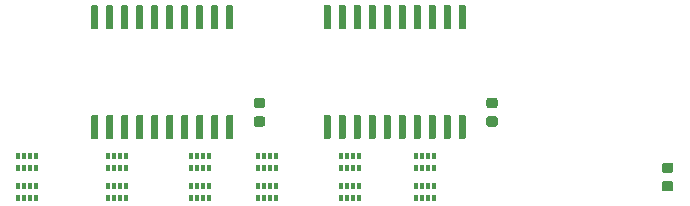
<source format=gbr>
G04 #@! TF.GenerationSoftware,KiCad,Pcbnew,(5.1.5)-3*
G04 #@! TF.CreationDate,2020-11-01T11:49:08+00:00*
G04 #@! TF.ProjectId,SCSIConnectorA,53435349-436f-46e6-9e65-63746f72412e,rev?*
G04 #@! TF.SameCoordinates,Original*
G04 #@! TF.FileFunction,Paste,Top*
G04 #@! TF.FilePolarity,Positive*
%FSLAX46Y46*%
G04 Gerber Fmt 4.6, Leading zero omitted, Abs format (unit mm)*
G04 Created by KiCad (PCBNEW (5.1.5)-3) date 2020-11-01 11:49:08*
%MOMM*%
%LPD*%
G04 APERTURE LIST*
%ADD10C,0.100000*%
%ADD11R,0.320000X0.500000*%
G04 APERTURE END LIST*
D10*
G36*
X154474703Y-75060722D02*
G01*
X154489264Y-75062882D01*
X154503543Y-75066459D01*
X154517403Y-75071418D01*
X154530710Y-75077712D01*
X154543336Y-75085280D01*
X154555159Y-75094048D01*
X154566066Y-75103934D01*
X154575952Y-75114841D01*
X154584720Y-75126664D01*
X154592288Y-75139290D01*
X154598582Y-75152597D01*
X154603541Y-75166457D01*
X154607118Y-75180736D01*
X154609278Y-75195297D01*
X154610000Y-75210000D01*
X154610000Y-76960000D01*
X154609278Y-76974703D01*
X154607118Y-76989264D01*
X154603541Y-77003543D01*
X154598582Y-77017403D01*
X154592288Y-77030710D01*
X154584720Y-77043336D01*
X154575952Y-77055159D01*
X154566066Y-77066066D01*
X154555159Y-77075952D01*
X154543336Y-77084720D01*
X154530710Y-77092288D01*
X154517403Y-77098582D01*
X154503543Y-77103541D01*
X154489264Y-77107118D01*
X154474703Y-77109278D01*
X154460000Y-77110000D01*
X154160000Y-77110000D01*
X154145297Y-77109278D01*
X154130736Y-77107118D01*
X154116457Y-77103541D01*
X154102597Y-77098582D01*
X154089290Y-77092288D01*
X154076664Y-77084720D01*
X154064841Y-77075952D01*
X154053934Y-77066066D01*
X154044048Y-77055159D01*
X154035280Y-77043336D01*
X154027712Y-77030710D01*
X154021418Y-77017403D01*
X154016459Y-77003543D01*
X154012882Y-76989264D01*
X154010722Y-76974703D01*
X154010000Y-76960000D01*
X154010000Y-75210000D01*
X154010722Y-75195297D01*
X154012882Y-75180736D01*
X154016459Y-75166457D01*
X154021418Y-75152597D01*
X154027712Y-75139290D01*
X154035280Y-75126664D01*
X154044048Y-75114841D01*
X154053934Y-75103934D01*
X154064841Y-75094048D01*
X154076664Y-75085280D01*
X154089290Y-75077712D01*
X154102597Y-75071418D01*
X154116457Y-75066459D01*
X154130736Y-75062882D01*
X154145297Y-75060722D01*
X154160000Y-75060000D01*
X154460000Y-75060000D01*
X154474703Y-75060722D01*
G37*
G36*
X153204703Y-75060722D02*
G01*
X153219264Y-75062882D01*
X153233543Y-75066459D01*
X153247403Y-75071418D01*
X153260710Y-75077712D01*
X153273336Y-75085280D01*
X153285159Y-75094048D01*
X153296066Y-75103934D01*
X153305952Y-75114841D01*
X153314720Y-75126664D01*
X153322288Y-75139290D01*
X153328582Y-75152597D01*
X153333541Y-75166457D01*
X153337118Y-75180736D01*
X153339278Y-75195297D01*
X153340000Y-75210000D01*
X153340000Y-76960000D01*
X153339278Y-76974703D01*
X153337118Y-76989264D01*
X153333541Y-77003543D01*
X153328582Y-77017403D01*
X153322288Y-77030710D01*
X153314720Y-77043336D01*
X153305952Y-77055159D01*
X153296066Y-77066066D01*
X153285159Y-77075952D01*
X153273336Y-77084720D01*
X153260710Y-77092288D01*
X153247403Y-77098582D01*
X153233543Y-77103541D01*
X153219264Y-77107118D01*
X153204703Y-77109278D01*
X153190000Y-77110000D01*
X152890000Y-77110000D01*
X152875297Y-77109278D01*
X152860736Y-77107118D01*
X152846457Y-77103541D01*
X152832597Y-77098582D01*
X152819290Y-77092288D01*
X152806664Y-77084720D01*
X152794841Y-77075952D01*
X152783934Y-77066066D01*
X152774048Y-77055159D01*
X152765280Y-77043336D01*
X152757712Y-77030710D01*
X152751418Y-77017403D01*
X152746459Y-77003543D01*
X152742882Y-76989264D01*
X152740722Y-76974703D01*
X152740000Y-76960000D01*
X152740000Y-75210000D01*
X152740722Y-75195297D01*
X152742882Y-75180736D01*
X152746459Y-75166457D01*
X152751418Y-75152597D01*
X152757712Y-75139290D01*
X152765280Y-75126664D01*
X152774048Y-75114841D01*
X152783934Y-75103934D01*
X152794841Y-75094048D01*
X152806664Y-75085280D01*
X152819290Y-75077712D01*
X152832597Y-75071418D01*
X152846457Y-75066459D01*
X152860736Y-75062882D01*
X152875297Y-75060722D01*
X152890000Y-75060000D01*
X153190000Y-75060000D01*
X153204703Y-75060722D01*
G37*
G36*
X151934703Y-75060722D02*
G01*
X151949264Y-75062882D01*
X151963543Y-75066459D01*
X151977403Y-75071418D01*
X151990710Y-75077712D01*
X152003336Y-75085280D01*
X152015159Y-75094048D01*
X152026066Y-75103934D01*
X152035952Y-75114841D01*
X152044720Y-75126664D01*
X152052288Y-75139290D01*
X152058582Y-75152597D01*
X152063541Y-75166457D01*
X152067118Y-75180736D01*
X152069278Y-75195297D01*
X152070000Y-75210000D01*
X152070000Y-76960000D01*
X152069278Y-76974703D01*
X152067118Y-76989264D01*
X152063541Y-77003543D01*
X152058582Y-77017403D01*
X152052288Y-77030710D01*
X152044720Y-77043336D01*
X152035952Y-77055159D01*
X152026066Y-77066066D01*
X152015159Y-77075952D01*
X152003336Y-77084720D01*
X151990710Y-77092288D01*
X151977403Y-77098582D01*
X151963543Y-77103541D01*
X151949264Y-77107118D01*
X151934703Y-77109278D01*
X151920000Y-77110000D01*
X151620000Y-77110000D01*
X151605297Y-77109278D01*
X151590736Y-77107118D01*
X151576457Y-77103541D01*
X151562597Y-77098582D01*
X151549290Y-77092288D01*
X151536664Y-77084720D01*
X151524841Y-77075952D01*
X151513934Y-77066066D01*
X151504048Y-77055159D01*
X151495280Y-77043336D01*
X151487712Y-77030710D01*
X151481418Y-77017403D01*
X151476459Y-77003543D01*
X151472882Y-76989264D01*
X151470722Y-76974703D01*
X151470000Y-76960000D01*
X151470000Y-75210000D01*
X151470722Y-75195297D01*
X151472882Y-75180736D01*
X151476459Y-75166457D01*
X151481418Y-75152597D01*
X151487712Y-75139290D01*
X151495280Y-75126664D01*
X151504048Y-75114841D01*
X151513934Y-75103934D01*
X151524841Y-75094048D01*
X151536664Y-75085280D01*
X151549290Y-75077712D01*
X151562597Y-75071418D01*
X151576457Y-75066459D01*
X151590736Y-75062882D01*
X151605297Y-75060722D01*
X151620000Y-75060000D01*
X151920000Y-75060000D01*
X151934703Y-75060722D01*
G37*
G36*
X150664703Y-75060722D02*
G01*
X150679264Y-75062882D01*
X150693543Y-75066459D01*
X150707403Y-75071418D01*
X150720710Y-75077712D01*
X150733336Y-75085280D01*
X150745159Y-75094048D01*
X150756066Y-75103934D01*
X150765952Y-75114841D01*
X150774720Y-75126664D01*
X150782288Y-75139290D01*
X150788582Y-75152597D01*
X150793541Y-75166457D01*
X150797118Y-75180736D01*
X150799278Y-75195297D01*
X150800000Y-75210000D01*
X150800000Y-76960000D01*
X150799278Y-76974703D01*
X150797118Y-76989264D01*
X150793541Y-77003543D01*
X150788582Y-77017403D01*
X150782288Y-77030710D01*
X150774720Y-77043336D01*
X150765952Y-77055159D01*
X150756066Y-77066066D01*
X150745159Y-77075952D01*
X150733336Y-77084720D01*
X150720710Y-77092288D01*
X150707403Y-77098582D01*
X150693543Y-77103541D01*
X150679264Y-77107118D01*
X150664703Y-77109278D01*
X150650000Y-77110000D01*
X150350000Y-77110000D01*
X150335297Y-77109278D01*
X150320736Y-77107118D01*
X150306457Y-77103541D01*
X150292597Y-77098582D01*
X150279290Y-77092288D01*
X150266664Y-77084720D01*
X150254841Y-77075952D01*
X150243934Y-77066066D01*
X150234048Y-77055159D01*
X150225280Y-77043336D01*
X150217712Y-77030710D01*
X150211418Y-77017403D01*
X150206459Y-77003543D01*
X150202882Y-76989264D01*
X150200722Y-76974703D01*
X150200000Y-76960000D01*
X150200000Y-75210000D01*
X150200722Y-75195297D01*
X150202882Y-75180736D01*
X150206459Y-75166457D01*
X150211418Y-75152597D01*
X150217712Y-75139290D01*
X150225280Y-75126664D01*
X150234048Y-75114841D01*
X150243934Y-75103934D01*
X150254841Y-75094048D01*
X150266664Y-75085280D01*
X150279290Y-75077712D01*
X150292597Y-75071418D01*
X150306457Y-75066459D01*
X150320736Y-75062882D01*
X150335297Y-75060722D01*
X150350000Y-75060000D01*
X150650000Y-75060000D01*
X150664703Y-75060722D01*
G37*
G36*
X149394703Y-75060722D02*
G01*
X149409264Y-75062882D01*
X149423543Y-75066459D01*
X149437403Y-75071418D01*
X149450710Y-75077712D01*
X149463336Y-75085280D01*
X149475159Y-75094048D01*
X149486066Y-75103934D01*
X149495952Y-75114841D01*
X149504720Y-75126664D01*
X149512288Y-75139290D01*
X149518582Y-75152597D01*
X149523541Y-75166457D01*
X149527118Y-75180736D01*
X149529278Y-75195297D01*
X149530000Y-75210000D01*
X149530000Y-76960000D01*
X149529278Y-76974703D01*
X149527118Y-76989264D01*
X149523541Y-77003543D01*
X149518582Y-77017403D01*
X149512288Y-77030710D01*
X149504720Y-77043336D01*
X149495952Y-77055159D01*
X149486066Y-77066066D01*
X149475159Y-77075952D01*
X149463336Y-77084720D01*
X149450710Y-77092288D01*
X149437403Y-77098582D01*
X149423543Y-77103541D01*
X149409264Y-77107118D01*
X149394703Y-77109278D01*
X149380000Y-77110000D01*
X149080000Y-77110000D01*
X149065297Y-77109278D01*
X149050736Y-77107118D01*
X149036457Y-77103541D01*
X149022597Y-77098582D01*
X149009290Y-77092288D01*
X148996664Y-77084720D01*
X148984841Y-77075952D01*
X148973934Y-77066066D01*
X148964048Y-77055159D01*
X148955280Y-77043336D01*
X148947712Y-77030710D01*
X148941418Y-77017403D01*
X148936459Y-77003543D01*
X148932882Y-76989264D01*
X148930722Y-76974703D01*
X148930000Y-76960000D01*
X148930000Y-75210000D01*
X148930722Y-75195297D01*
X148932882Y-75180736D01*
X148936459Y-75166457D01*
X148941418Y-75152597D01*
X148947712Y-75139290D01*
X148955280Y-75126664D01*
X148964048Y-75114841D01*
X148973934Y-75103934D01*
X148984841Y-75094048D01*
X148996664Y-75085280D01*
X149009290Y-75077712D01*
X149022597Y-75071418D01*
X149036457Y-75066459D01*
X149050736Y-75062882D01*
X149065297Y-75060722D01*
X149080000Y-75060000D01*
X149380000Y-75060000D01*
X149394703Y-75060722D01*
G37*
G36*
X148124703Y-75060722D02*
G01*
X148139264Y-75062882D01*
X148153543Y-75066459D01*
X148167403Y-75071418D01*
X148180710Y-75077712D01*
X148193336Y-75085280D01*
X148205159Y-75094048D01*
X148216066Y-75103934D01*
X148225952Y-75114841D01*
X148234720Y-75126664D01*
X148242288Y-75139290D01*
X148248582Y-75152597D01*
X148253541Y-75166457D01*
X148257118Y-75180736D01*
X148259278Y-75195297D01*
X148260000Y-75210000D01*
X148260000Y-76960000D01*
X148259278Y-76974703D01*
X148257118Y-76989264D01*
X148253541Y-77003543D01*
X148248582Y-77017403D01*
X148242288Y-77030710D01*
X148234720Y-77043336D01*
X148225952Y-77055159D01*
X148216066Y-77066066D01*
X148205159Y-77075952D01*
X148193336Y-77084720D01*
X148180710Y-77092288D01*
X148167403Y-77098582D01*
X148153543Y-77103541D01*
X148139264Y-77107118D01*
X148124703Y-77109278D01*
X148110000Y-77110000D01*
X147810000Y-77110000D01*
X147795297Y-77109278D01*
X147780736Y-77107118D01*
X147766457Y-77103541D01*
X147752597Y-77098582D01*
X147739290Y-77092288D01*
X147726664Y-77084720D01*
X147714841Y-77075952D01*
X147703934Y-77066066D01*
X147694048Y-77055159D01*
X147685280Y-77043336D01*
X147677712Y-77030710D01*
X147671418Y-77017403D01*
X147666459Y-77003543D01*
X147662882Y-76989264D01*
X147660722Y-76974703D01*
X147660000Y-76960000D01*
X147660000Y-75210000D01*
X147660722Y-75195297D01*
X147662882Y-75180736D01*
X147666459Y-75166457D01*
X147671418Y-75152597D01*
X147677712Y-75139290D01*
X147685280Y-75126664D01*
X147694048Y-75114841D01*
X147703934Y-75103934D01*
X147714841Y-75094048D01*
X147726664Y-75085280D01*
X147739290Y-75077712D01*
X147752597Y-75071418D01*
X147766457Y-75066459D01*
X147780736Y-75062882D01*
X147795297Y-75060722D01*
X147810000Y-75060000D01*
X148110000Y-75060000D01*
X148124703Y-75060722D01*
G37*
G36*
X146854703Y-75060722D02*
G01*
X146869264Y-75062882D01*
X146883543Y-75066459D01*
X146897403Y-75071418D01*
X146910710Y-75077712D01*
X146923336Y-75085280D01*
X146935159Y-75094048D01*
X146946066Y-75103934D01*
X146955952Y-75114841D01*
X146964720Y-75126664D01*
X146972288Y-75139290D01*
X146978582Y-75152597D01*
X146983541Y-75166457D01*
X146987118Y-75180736D01*
X146989278Y-75195297D01*
X146990000Y-75210000D01*
X146990000Y-76960000D01*
X146989278Y-76974703D01*
X146987118Y-76989264D01*
X146983541Y-77003543D01*
X146978582Y-77017403D01*
X146972288Y-77030710D01*
X146964720Y-77043336D01*
X146955952Y-77055159D01*
X146946066Y-77066066D01*
X146935159Y-77075952D01*
X146923336Y-77084720D01*
X146910710Y-77092288D01*
X146897403Y-77098582D01*
X146883543Y-77103541D01*
X146869264Y-77107118D01*
X146854703Y-77109278D01*
X146840000Y-77110000D01*
X146540000Y-77110000D01*
X146525297Y-77109278D01*
X146510736Y-77107118D01*
X146496457Y-77103541D01*
X146482597Y-77098582D01*
X146469290Y-77092288D01*
X146456664Y-77084720D01*
X146444841Y-77075952D01*
X146433934Y-77066066D01*
X146424048Y-77055159D01*
X146415280Y-77043336D01*
X146407712Y-77030710D01*
X146401418Y-77017403D01*
X146396459Y-77003543D01*
X146392882Y-76989264D01*
X146390722Y-76974703D01*
X146390000Y-76960000D01*
X146390000Y-75210000D01*
X146390722Y-75195297D01*
X146392882Y-75180736D01*
X146396459Y-75166457D01*
X146401418Y-75152597D01*
X146407712Y-75139290D01*
X146415280Y-75126664D01*
X146424048Y-75114841D01*
X146433934Y-75103934D01*
X146444841Y-75094048D01*
X146456664Y-75085280D01*
X146469290Y-75077712D01*
X146482597Y-75071418D01*
X146496457Y-75066459D01*
X146510736Y-75062882D01*
X146525297Y-75060722D01*
X146540000Y-75060000D01*
X146840000Y-75060000D01*
X146854703Y-75060722D01*
G37*
G36*
X145584703Y-75060722D02*
G01*
X145599264Y-75062882D01*
X145613543Y-75066459D01*
X145627403Y-75071418D01*
X145640710Y-75077712D01*
X145653336Y-75085280D01*
X145665159Y-75094048D01*
X145676066Y-75103934D01*
X145685952Y-75114841D01*
X145694720Y-75126664D01*
X145702288Y-75139290D01*
X145708582Y-75152597D01*
X145713541Y-75166457D01*
X145717118Y-75180736D01*
X145719278Y-75195297D01*
X145720000Y-75210000D01*
X145720000Y-76960000D01*
X145719278Y-76974703D01*
X145717118Y-76989264D01*
X145713541Y-77003543D01*
X145708582Y-77017403D01*
X145702288Y-77030710D01*
X145694720Y-77043336D01*
X145685952Y-77055159D01*
X145676066Y-77066066D01*
X145665159Y-77075952D01*
X145653336Y-77084720D01*
X145640710Y-77092288D01*
X145627403Y-77098582D01*
X145613543Y-77103541D01*
X145599264Y-77107118D01*
X145584703Y-77109278D01*
X145570000Y-77110000D01*
X145270000Y-77110000D01*
X145255297Y-77109278D01*
X145240736Y-77107118D01*
X145226457Y-77103541D01*
X145212597Y-77098582D01*
X145199290Y-77092288D01*
X145186664Y-77084720D01*
X145174841Y-77075952D01*
X145163934Y-77066066D01*
X145154048Y-77055159D01*
X145145280Y-77043336D01*
X145137712Y-77030710D01*
X145131418Y-77017403D01*
X145126459Y-77003543D01*
X145122882Y-76989264D01*
X145120722Y-76974703D01*
X145120000Y-76960000D01*
X145120000Y-75210000D01*
X145120722Y-75195297D01*
X145122882Y-75180736D01*
X145126459Y-75166457D01*
X145131418Y-75152597D01*
X145137712Y-75139290D01*
X145145280Y-75126664D01*
X145154048Y-75114841D01*
X145163934Y-75103934D01*
X145174841Y-75094048D01*
X145186664Y-75085280D01*
X145199290Y-75077712D01*
X145212597Y-75071418D01*
X145226457Y-75066459D01*
X145240736Y-75062882D01*
X145255297Y-75060722D01*
X145270000Y-75060000D01*
X145570000Y-75060000D01*
X145584703Y-75060722D01*
G37*
G36*
X144314703Y-75060722D02*
G01*
X144329264Y-75062882D01*
X144343543Y-75066459D01*
X144357403Y-75071418D01*
X144370710Y-75077712D01*
X144383336Y-75085280D01*
X144395159Y-75094048D01*
X144406066Y-75103934D01*
X144415952Y-75114841D01*
X144424720Y-75126664D01*
X144432288Y-75139290D01*
X144438582Y-75152597D01*
X144443541Y-75166457D01*
X144447118Y-75180736D01*
X144449278Y-75195297D01*
X144450000Y-75210000D01*
X144450000Y-76960000D01*
X144449278Y-76974703D01*
X144447118Y-76989264D01*
X144443541Y-77003543D01*
X144438582Y-77017403D01*
X144432288Y-77030710D01*
X144424720Y-77043336D01*
X144415952Y-77055159D01*
X144406066Y-77066066D01*
X144395159Y-77075952D01*
X144383336Y-77084720D01*
X144370710Y-77092288D01*
X144357403Y-77098582D01*
X144343543Y-77103541D01*
X144329264Y-77107118D01*
X144314703Y-77109278D01*
X144300000Y-77110000D01*
X144000000Y-77110000D01*
X143985297Y-77109278D01*
X143970736Y-77107118D01*
X143956457Y-77103541D01*
X143942597Y-77098582D01*
X143929290Y-77092288D01*
X143916664Y-77084720D01*
X143904841Y-77075952D01*
X143893934Y-77066066D01*
X143884048Y-77055159D01*
X143875280Y-77043336D01*
X143867712Y-77030710D01*
X143861418Y-77017403D01*
X143856459Y-77003543D01*
X143852882Y-76989264D01*
X143850722Y-76974703D01*
X143850000Y-76960000D01*
X143850000Y-75210000D01*
X143850722Y-75195297D01*
X143852882Y-75180736D01*
X143856459Y-75166457D01*
X143861418Y-75152597D01*
X143867712Y-75139290D01*
X143875280Y-75126664D01*
X143884048Y-75114841D01*
X143893934Y-75103934D01*
X143904841Y-75094048D01*
X143916664Y-75085280D01*
X143929290Y-75077712D01*
X143942597Y-75071418D01*
X143956457Y-75066459D01*
X143970736Y-75062882D01*
X143985297Y-75060722D01*
X144000000Y-75060000D01*
X144300000Y-75060000D01*
X144314703Y-75060722D01*
G37*
G36*
X143044703Y-75060722D02*
G01*
X143059264Y-75062882D01*
X143073543Y-75066459D01*
X143087403Y-75071418D01*
X143100710Y-75077712D01*
X143113336Y-75085280D01*
X143125159Y-75094048D01*
X143136066Y-75103934D01*
X143145952Y-75114841D01*
X143154720Y-75126664D01*
X143162288Y-75139290D01*
X143168582Y-75152597D01*
X143173541Y-75166457D01*
X143177118Y-75180736D01*
X143179278Y-75195297D01*
X143180000Y-75210000D01*
X143180000Y-76960000D01*
X143179278Y-76974703D01*
X143177118Y-76989264D01*
X143173541Y-77003543D01*
X143168582Y-77017403D01*
X143162288Y-77030710D01*
X143154720Y-77043336D01*
X143145952Y-77055159D01*
X143136066Y-77066066D01*
X143125159Y-77075952D01*
X143113336Y-77084720D01*
X143100710Y-77092288D01*
X143087403Y-77098582D01*
X143073543Y-77103541D01*
X143059264Y-77107118D01*
X143044703Y-77109278D01*
X143030000Y-77110000D01*
X142730000Y-77110000D01*
X142715297Y-77109278D01*
X142700736Y-77107118D01*
X142686457Y-77103541D01*
X142672597Y-77098582D01*
X142659290Y-77092288D01*
X142646664Y-77084720D01*
X142634841Y-77075952D01*
X142623934Y-77066066D01*
X142614048Y-77055159D01*
X142605280Y-77043336D01*
X142597712Y-77030710D01*
X142591418Y-77017403D01*
X142586459Y-77003543D01*
X142582882Y-76989264D01*
X142580722Y-76974703D01*
X142580000Y-76960000D01*
X142580000Y-75210000D01*
X142580722Y-75195297D01*
X142582882Y-75180736D01*
X142586459Y-75166457D01*
X142591418Y-75152597D01*
X142597712Y-75139290D01*
X142605280Y-75126664D01*
X142614048Y-75114841D01*
X142623934Y-75103934D01*
X142634841Y-75094048D01*
X142646664Y-75085280D01*
X142659290Y-75077712D01*
X142672597Y-75071418D01*
X142686457Y-75066459D01*
X142700736Y-75062882D01*
X142715297Y-75060722D01*
X142730000Y-75060000D01*
X143030000Y-75060000D01*
X143044703Y-75060722D01*
G37*
G36*
X143044703Y-65760722D02*
G01*
X143059264Y-65762882D01*
X143073543Y-65766459D01*
X143087403Y-65771418D01*
X143100710Y-65777712D01*
X143113336Y-65785280D01*
X143125159Y-65794048D01*
X143136066Y-65803934D01*
X143145952Y-65814841D01*
X143154720Y-65826664D01*
X143162288Y-65839290D01*
X143168582Y-65852597D01*
X143173541Y-65866457D01*
X143177118Y-65880736D01*
X143179278Y-65895297D01*
X143180000Y-65910000D01*
X143180000Y-67660000D01*
X143179278Y-67674703D01*
X143177118Y-67689264D01*
X143173541Y-67703543D01*
X143168582Y-67717403D01*
X143162288Y-67730710D01*
X143154720Y-67743336D01*
X143145952Y-67755159D01*
X143136066Y-67766066D01*
X143125159Y-67775952D01*
X143113336Y-67784720D01*
X143100710Y-67792288D01*
X143087403Y-67798582D01*
X143073543Y-67803541D01*
X143059264Y-67807118D01*
X143044703Y-67809278D01*
X143030000Y-67810000D01*
X142730000Y-67810000D01*
X142715297Y-67809278D01*
X142700736Y-67807118D01*
X142686457Y-67803541D01*
X142672597Y-67798582D01*
X142659290Y-67792288D01*
X142646664Y-67784720D01*
X142634841Y-67775952D01*
X142623934Y-67766066D01*
X142614048Y-67755159D01*
X142605280Y-67743336D01*
X142597712Y-67730710D01*
X142591418Y-67717403D01*
X142586459Y-67703543D01*
X142582882Y-67689264D01*
X142580722Y-67674703D01*
X142580000Y-67660000D01*
X142580000Y-65910000D01*
X142580722Y-65895297D01*
X142582882Y-65880736D01*
X142586459Y-65866457D01*
X142591418Y-65852597D01*
X142597712Y-65839290D01*
X142605280Y-65826664D01*
X142614048Y-65814841D01*
X142623934Y-65803934D01*
X142634841Y-65794048D01*
X142646664Y-65785280D01*
X142659290Y-65777712D01*
X142672597Y-65771418D01*
X142686457Y-65766459D01*
X142700736Y-65762882D01*
X142715297Y-65760722D01*
X142730000Y-65760000D01*
X143030000Y-65760000D01*
X143044703Y-65760722D01*
G37*
G36*
X144314703Y-65760722D02*
G01*
X144329264Y-65762882D01*
X144343543Y-65766459D01*
X144357403Y-65771418D01*
X144370710Y-65777712D01*
X144383336Y-65785280D01*
X144395159Y-65794048D01*
X144406066Y-65803934D01*
X144415952Y-65814841D01*
X144424720Y-65826664D01*
X144432288Y-65839290D01*
X144438582Y-65852597D01*
X144443541Y-65866457D01*
X144447118Y-65880736D01*
X144449278Y-65895297D01*
X144450000Y-65910000D01*
X144450000Y-67660000D01*
X144449278Y-67674703D01*
X144447118Y-67689264D01*
X144443541Y-67703543D01*
X144438582Y-67717403D01*
X144432288Y-67730710D01*
X144424720Y-67743336D01*
X144415952Y-67755159D01*
X144406066Y-67766066D01*
X144395159Y-67775952D01*
X144383336Y-67784720D01*
X144370710Y-67792288D01*
X144357403Y-67798582D01*
X144343543Y-67803541D01*
X144329264Y-67807118D01*
X144314703Y-67809278D01*
X144300000Y-67810000D01*
X144000000Y-67810000D01*
X143985297Y-67809278D01*
X143970736Y-67807118D01*
X143956457Y-67803541D01*
X143942597Y-67798582D01*
X143929290Y-67792288D01*
X143916664Y-67784720D01*
X143904841Y-67775952D01*
X143893934Y-67766066D01*
X143884048Y-67755159D01*
X143875280Y-67743336D01*
X143867712Y-67730710D01*
X143861418Y-67717403D01*
X143856459Y-67703543D01*
X143852882Y-67689264D01*
X143850722Y-67674703D01*
X143850000Y-67660000D01*
X143850000Y-65910000D01*
X143850722Y-65895297D01*
X143852882Y-65880736D01*
X143856459Y-65866457D01*
X143861418Y-65852597D01*
X143867712Y-65839290D01*
X143875280Y-65826664D01*
X143884048Y-65814841D01*
X143893934Y-65803934D01*
X143904841Y-65794048D01*
X143916664Y-65785280D01*
X143929290Y-65777712D01*
X143942597Y-65771418D01*
X143956457Y-65766459D01*
X143970736Y-65762882D01*
X143985297Y-65760722D01*
X144000000Y-65760000D01*
X144300000Y-65760000D01*
X144314703Y-65760722D01*
G37*
G36*
X145584703Y-65760722D02*
G01*
X145599264Y-65762882D01*
X145613543Y-65766459D01*
X145627403Y-65771418D01*
X145640710Y-65777712D01*
X145653336Y-65785280D01*
X145665159Y-65794048D01*
X145676066Y-65803934D01*
X145685952Y-65814841D01*
X145694720Y-65826664D01*
X145702288Y-65839290D01*
X145708582Y-65852597D01*
X145713541Y-65866457D01*
X145717118Y-65880736D01*
X145719278Y-65895297D01*
X145720000Y-65910000D01*
X145720000Y-67660000D01*
X145719278Y-67674703D01*
X145717118Y-67689264D01*
X145713541Y-67703543D01*
X145708582Y-67717403D01*
X145702288Y-67730710D01*
X145694720Y-67743336D01*
X145685952Y-67755159D01*
X145676066Y-67766066D01*
X145665159Y-67775952D01*
X145653336Y-67784720D01*
X145640710Y-67792288D01*
X145627403Y-67798582D01*
X145613543Y-67803541D01*
X145599264Y-67807118D01*
X145584703Y-67809278D01*
X145570000Y-67810000D01*
X145270000Y-67810000D01*
X145255297Y-67809278D01*
X145240736Y-67807118D01*
X145226457Y-67803541D01*
X145212597Y-67798582D01*
X145199290Y-67792288D01*
X145186664Y-67784720D01*
X145174841Y-67775952D01*
X145163934Y-67766066D01*
X145154048Y-67755159D01*
X145145280Y-67743336D01*
X145137712Y-67730710D01*
X145131418Y-67717403D01*
X145126459Y-67703543D01*
X145122882Y-67689264D01*
X145120722Y-67674703D01*
X145120000Y-67660000D01*
X145120000Y-65910000D01*
X145120722Y-65895297D01*
X145122882Y-65880736D01*
X145126459Y-65866457D01*
X145131418Y-65852597D01*
X145137712Y-65839290D01*
X145145280Y-65826664D01*
X145154048Y-65814841D01*
X145163934Y-65803934D01*
X145174841Y-65794048D01*
X145186664Y-65785280D01*
X145199290Y-65777712D01*
X145212597Y-65771418D01*
X145226457Y-65766459D01*
X145240736Y-65762882D01*
X145255297Y-65760722D01*
X145270000Y-65760000D01*
X145570000Y-65760000D01*
X145584703Y-65760722D01*
G37*
G36*
X146854703Y-65760722D02*
G01*
X146869264Y-65762882D01*
X146883543Y-65766459D01*
X146897403Y-65771418D01*
X146910710Y-65777712D01*
X146923336Y-65785280D01*
X146935159Y-65794048D01*
X146946066Y-65803934D01*
X146955952Y-65814841D01*
X146964720Y-65826664D01*
X146972288Y-65839290D01*
X146978582Y-65852597D01*
X146983541Y-65866457D01*
X146987118Y-65880736D01*
X146989278Y-65895297D01*
X146990000Y-65910000D01*
X146990000Y-67660000D01*
X146989278Y-67674703D01*
X146987118Y-67689264D01*
X146983541Y-67703543D01*
X146978582Y-67717403D01*
X146972288Y-67730710D01*
X146964720Y-67743336D01*
X146955952Y-67755159D01*
X146946066Y-67766066D01*
X146935159Y-67775952D01*
X146923336Y-67784720D01*
X146910710Y-67792288D01*
X146897403Y-67798582D01*
X146883543Y-67803541D01*
X146869264Y-67807118D01*
X146854703Y-67809278D01*
X146840000Y-67810000D01*
X146540000Y-67810000D01*
X146525297Y-67809278D01*
X146510736Y-67807118D01*
X146496457Y-67803541D01*
X146482597Y-67798582D01*
X146469290Y-67792288D01*
X146456664Y-67784720D01*
X146444841Y-67775952D01*
X146433934Y-67766066D01*
X146424048Y-67755159D01*
X146415280Y-67743336D01*
X146407712Y-67730710D01*
X146401418Y-67717403D01*
X146396459Y-67703543D01*
X146392882Y-67689264D01*
X146390722Y-67674703D01*
X146390000Y-67660000D01*
X146390000Y-65910000D01*
X146390722Y-65895297D01*
X146392882Y-65880736D01*
X146396459Y-65866457D01*
X146401418Y-65852597D01*
X146407712Y-65839290D01*
X146415280Y-65826664D01*
X146424048Y-65814841D01*
X146433934Y-65803934D01*
X146444841Y-65794048D01*
X146456664Y-65785280D01*
X146469290Y-65777712D01*
X146482597Y-65771418D01*
X146496457Y-65766459D01*
X146510736Y-65762882D01*
X146525297Y-65760722D01*
X146540000Y-65760000D01*
X146840000Y-65760000D01*
X146854703Y-65760722D01*
G37*
G36*
X148124703Y-65760722D02*
G01*
X148139264Y-65762882D01*
X148153543Y-65766459D01*
X148167403Y-65771418D01*
X148180710Y-65777712D01*
X148193336Y-65785280D01*
X148205159Y-65794048D01*
X148216066Y-65803934D01*
X148225952Y-65814841D01*
X148234720Y-65826664D01*
X148242288Y-65839290D01*
X148248582Y-65852597D01*
X148253541Y-65866457D01*
X148257118Y-65880736D01*
X148259278Y-65895297D01*
X148260000Y-65910000D01*
X148260000Y-67660000D01*
X148259278Y-67674703D01*
X148257118Y-67689264D01*
X148253541Y-67703543D01*
X148248582Y-67717403D01*
X148242288Y-67730710D01*
X148234720Y-67743336D01*
X148225952Y-67755159D01*
X148216066Y-67766066D01*
X148205159Y-67775952D01*
X148193336Y-67784720D01*
X148180710Y-67792288D01*
X148167403Y-67798582D01*
X148153543Y-67803541D01*
X148139264Y-67807118D01*
X148124703Y-67809278D01*
X148110000Y-67810000D01*
X147810000Y-67810000D01*
X147795297Y-67809278D01*
X147780736Y-67807118D01*
X147766457Y-67803541D01*
X147752597Y-67798582D01*
X147739290Y-67792288D01*
X147726664Y-67784720D01*
X147714841Y-67775952D01*
X147703934Y-67766066D01*
X147694048Y-67755159D01*
X147685280Y-67743336D01*
X147677712Y-67730710D01*
X147671418Y-67717403D01*
X147666459Y-67703543D01*
X147662882Y-67689264D01*
X147660722Y-67674703D01*
X147660000Y-67660000D01*
X147660000Y-65910000D01*
X147660722Y-65895297D01*
X147662882Y-65880736D01*
X147666459Y-65866457D01*
X147671418Y-65852597D01*
X147677712Y-65839290D01*
X147685280Y-65826664D01*
X147694048Y-65814841D01*
X147703934Y-65803934D01*
X147714841Y-65794048D01*
X147726664Y-65785280D01*
X147739290Y-65777712D01*
X147752597Y-65771418D01*
X147766457Y-65766459D01*
X147780736Y-65762882D01*
X147795297Y-65760722D01*
X147810000Y-65760000D01*
X148110000Y-65760000D01*
X148124703Y-65760722D01*
G37*
G36*
X149394703Y-65760722D02*
G01*
X149409264Y-65762882D01*
X149423543Y-65766459D01*
X149437403Y-65771418D01*
X149450710Y-65777712D01*
X149463336Y-65785280D01*
X149475159Y-65794048D01*
X149486066Y-65803934D01*
X149495952Y-65814841D01*
X149504720Y-65826664D01*
X149512288Y-65839290D01*
X149518582Y-65852597D01*
X149523541Y-65866457D01*
X149527118Y-65880736D01*
X149529278Y-65895297D01*
X149530000Y-65910000D01*
X149530000Y-67660000D01*
X149529278Y-67674703D01*
X149527118Y-67689264D01*
X149523541Y-67703543D01*
X149518582Y-67717403D01*
X149512288Y-67730710D01*
X149504720Y-67743336D01*
X149495952Y-67755159D01*
X149486066Y-67766066D01*
X149475159Y-67775952D01*
X149463336Y-67784720D01*
X149450710Y-67792288D01*
X149437403Y-67798582D01*
X149423543Y-67803541D01*
X149409264Y-67807118D01*
X149394703Y-67809278D01*
X149380000Y-67810000D01*
X149080000Y-67810000D01*
X149065297Y-67809278D01*
X149050736Y-67807118D01*
X149036457Y-67803541D01*
X149022597Y-67798582D01*
X149009290Y-67792288D01*
X148996664Y-67784720D01*
X148984841Y-67775952D01*
X148973934Y-67766066D01*
X148964048Y-67755159D01*
X148955280Y-67743336D01*
X148947712Y-67730710D01*
X148941418Y-67717403D01*
X148936459Y-67703543D01*
X148932882Y-67689264D01*
X148930722Y-67674703D01*
X148930000Y-67660000D01*
X148930000Y-65910000D01*
X148930722Y-65895297D01*
X148932882Y-65880736D01*
X148936459Y-65866457D01*
X148941418Y-65852597D01*
X148947712Y-65839290D01*
X148955280Y-65826664D01*
X148964048Y-65814841D01*
X148973934Y-65803934D01*
X148984841Y-65794048D01*
X148996664Y-65785280D01*
X149009290Y-65777712D01*
X149022597Y-65771418D01*
X149036457Y-65766459D01*
X149050736Y-65762882D01*
X149065297Y-65760722D01*
X149080000Y-65760000D01*
X149380000Y-65760000D01*
X149394703Y-65760722D01*
G37*
G36*
X150664703Y-65760722D02*
G01*
X150679264Y-65762882D01*
X150693543Y-65766459D01*
X150707403Y-65771418D01*
X150720710Y-65777712D01*
X150733336Y-65785280D01*
X150745159Y-65794048D01*
X150756066Y-65803934D01*
X150765952Y-65814841D01*
X150774720Y-65826664D01*
X150782288Y-65839290D01*
X150788582Y-65852597D01*
X150793541Y-65866457D01*
X150797118Y-65880736D01*
X150799278Y-65895297D01*
X150800000Y-65910000D01*
X150800000Y-67660000D01*
X150799278Y-67674703D01*
X150797118Y-67689264D01*
X150793541Y-67703543D01*
X150788582Y-67717403D01*
X150782288Y-67730710D01*
X150774720Y-67743336D01*
X150765952Y-67755159D01*
X150756066Y-67766066D01*
X150745159Y-67775952D01*
X150733336Y-67784720D01*
X150720710Y-67792288D01*
X150707403Y-67798582D01*
X150693543Y-67803541D01*
X150679264Y-67807118D01*
X150664703Y-67809278D01*
X150650000Y-67810000D01*
X150350000Y-67810000D01*
X150335297Y-67809278D01*
X150320736Y-67807118D01*
X150306457Y-67803541D01*
X150292597Y-67798582D01*
X150279290Y-67792288D01*
X150266664Y-67784720D01*
X150254841Y-67775952D01*
X150243934Y-67766066D01*
X150234048Y-67755159D01*
X150225280Y-67743336D01*
X150217712Y-67730710D01*
X150211418Y-67717403D01*
X150206459Y-67703543D01*
X150202882Y-67689264D01*
X150200722Y-67674703D01*
X150200000Y-67660000D01*
X150200000Y-65910000D01*
X150200722Y-65895297D01*
X150202882Y-65880736D01*
X150206459Y-65866457D01*
X150211418Y-65852597D01*
X150217712Y-65839290D01*
X150225280Y-65826664D01*
X150234048Y-65814841D01*
X150243934Y-65803934D01*
X150254841Y-65794048D01*
X150266664Y-65785280D01*
X150279290Y-65777712D01*
X150292597Y-65771418D01*
X150306457Y-65766459D01*
X150320736Y-65762882D01*
X150335297Y-65760722D01*
X150350000Y-65760000D01*
X150650000Y-65760000D01*
X150664703Y-65760722D01*
G37*
G36*
X151934703Y-65760722D02*
G01*
X151949264Y-65762882D01*
X151963543Y-65766459D01*
X151977403Y-65771418D01*
X151990710Y-65777712D01*
X152003336Y-65785280D01*
X152015159Y-65794048D01*
X152026066Y-65803934D01*
X152035952Y-65814841D01*
X152044720Y-65826664D01*
X152052288Y-65839290D01*
X152058582Y-65852597D01*
X152063541Y-65866457D01*
X152067118Y-65880736D01*
X152069278Y-65895297D01*
X152070000Y-65910000D01*
X152070000Y-67660000D01*
X152069278Y-67674703D01*
X152067118Y-67689264D01*
X152063541Y-67703543D01*
X152058582Y-67717403D01*
X152052288Y-67730710D01*
X152044720Y-67743336D01*
X152035952Y-67755159D01*
X152026066Y-67766066D01*
X152015159Y-67775952D01*
X152003336Y-67784720D01*
X151990710Y-67792288D01*
X151977403Y-67798582D01*
X151963543Y-67803541D01*
X151949264Y-67807118D01*
X151934703Y-67809278D01*
X151920000Y-67810000D01*
X151620000Y-67810000D01*
X151605297Y-67809278D01*
X151590736Y-67807118D01*
X151576457Y-67803541D01*
X151562597Y-67798582D01*
X151549290Y-67792288D01*
X151536664Y-67784720D01*
X151524841Y-67775952D01*
X151513934Y-67766066D01*
X151504048Y-67755159D01*
X151495280Y-67743336D01*
X151487712Y-67730710D01*
X151481418Y-67717403D01*
X151476459Y-67703543D01*
X151472882Y-67689264D01*
X151470722Y-67674703D01*
X151470000Y-67660000D01*
X151470000Y-65910000D01*
X151470722Y-65895297D01*
X151472882Y-65880736D01*
X151476459Y-65866457D01*
X151481418Y-65852597D01*
X151487712Y-65839290D01*
X151495280Y-65826664D01*
X151504048Y-65814841D01*
X151513934Y-65803934D01*
X151524841Y-65794048D01*
X151536664Y-65785280D01*
X151549290Y-65777712D01*
X151562597Y-65771418D01*
X151576457Y-65766459D01*
X151590736Y-65762882D01*
X151605297Y-65760722D01*
X151620000Y-65760000D01*
X151920000Y-65760000D01*
X151934703Y-65760722D01*
G37*
G36*
X153204703Y-65760722D02*
G01*
X153219264Y-65762882D01*
X153233543Y-65766459D01*
X153247403Y-65771418D01*
X153260710Y-65777712D01*
X153273336Y-65785280D01*
X153285159Y-65794048D01*
X153296066Y-65803934D01*
X153305952Y-65814841D01*
X153314720Y-65826664D01*
X153322288Y-65839290D01*
X153328582Y-65852597D01*
X153333541Y-65866457D01*
X153337118Y-65880736D01*
X153339278Y-65895297D01*
X153340000Y-65910000D01*
X153340000Y-67660000D01*
X153339278Y-67674703D01*
X153337118Y-67689264D01*
X153333541Y-67703543D01*
X153328582Y-67717403D01*
X153322288Y-67730710D01*
X153314720Y-67743336D01*
X153305952Y-67755159D01*
X153296066Y-67766066D01*
X153285159Y-67775952D01*
X153273336Y-67784720D01*
X153260710Y-67792288D01*
X153247403Y-67798582D01*
X153233543Y-67803541D01*
X153219264Y-67807118D01*
X153204703Y-67809278D01*
X153190000Y-67810000D01*
X152890000Y-67810000D01*
X152875297Y-67809278D01*
X152860736Y-67807118D01*
X152846457Y-67803541D01*
X152832597Y-67798582D01*
X152819290Y-67792288D01*
X152806664Y-67784720D01*
X152794841Y-67775952D01*
X152783934Y-67766066D01*
X152774048Y-67755159D01*
X152765280Y-67743336D01*
X152757712Y-67730710D01*
X152751418Y-67717403D01*
X152746459Y-67703543D01*
X152742882Y-67689264D01*
X152740722Y-67674703D01*
X152740000Y-67660000D01*
X152740000Y-65910000D01*
X152740722Y-65895297D01*
X152742882Y-65880736D01*
X152746459Y-65866457D01*
X152751418Y-65852597D01*
X152757712Y-65839290D01*
X152765280Y-65826664D01*
X152774048Y-65814841D01*
X152783934Y-65803934D01*
X152794841Y-65794048D01*
X152806664Y-65785280D01*
X152819290Y-65777712D01*
X152832597Y-65771418D01*
X152846457Y-65766459D01*
X152860736Y-65762882D01*
X152875297Y-65760722D01*
X152890000Y-65760000D01*
X153190000Y-65760000D01*
X153204703Y-65760722D01*
G37*
G36*
X154474703Y-65760722D02*
G01*
X154489264Y-65762882D01*
X154503543Y-65766459D01*
X154517403Y-65771418D01*
X154530710Y-65777712D01*
X154543336Y-65785280D01*
X154555159Y-65794048D01*
X154566066Y-65803934D01*
X154575952Y-65814841D01*
X154584720Y-65826664D01*
X154592288Y-65839290D01*
X154598582Y-65852597D01*
X154603541Y-65866457D01*
X154607118Y-65880736D01*
X154609278Y-65895297D01*
X154610000Y-65910000D01*
X154610000Y-67660000D01*
X154609278Y-67674703D01*
X154607118Y-67689264D01*
X154603541Y-67703543D01*
X154598582Y-67717403D01*
X154592288Y-67730710D01*
X154584720Y-67743336D01*
X154575952Y-67755159D01*
X154566066Y-67766066D01*
X154555159Y-67775952D01*
X154543336Y-67784720D01*
X154530710Y-67792288D01*
X154517403Y-67798582D01*
X154503543Y-67803541D01*
X154489264Y-67807118D01*
X154474703Y-67809278D01*
X154460000Y-67810000D01*
X154160000Y-67810000D01*
X154145297Y-67809278D01*
X154130736Y-67807118D01*
X154116457Y-67803541D01*
X154102597Y-67798582D01*
X154089290Y-67792288D01*
X154076664Y-67784720D01*
X154064841Y-67775952D01*
X154053934Y-67766066D01*
X154044048Y-67755159D01*
X154035280Y-67743336D01*
X154027712Y-67730710D01*
X154021418Y-67717403D01*
X154016459Y-67703543D01*
X154012882Y-67689264D01*
X154010722Y-67674703D01*
X154010000Y-67660000D01*
X154010000Y-65910000D01*
X154010722Y-65895297D01*
X154012882Y-65880736D01*
X154016459Y-65866457D01*
X154021418Y-65852597D01*
X154027712Y-65839290D01*
X154035280Y-65826664D01*
X154044048Y-65814841D01*
X154053934Y-65803934D01*
X154064841Y-65794048D01*
X154076664Y-65785280D01*
X154089290Y-65777712D01*
X154102597Y-65771418D01*
X154116457Y-65766459D01*
X154130736Y-65762882D01*
X154145297Y-65760722D01*
X154160000Y-65760000D01*
X154460000Y-65760000D01*
X154474703Y-65760722D01*
G37*
G36*
X134789703Y-75060722D02*
G01*
X134804264Y-75062882D01*
X134818543Y-75066459D01*
X134832403Y-75071418D01*
X134845710Y-75077712D01*
X134858336Y-75085280D01*
X134870159Y-75094048D01*
X134881066Y-75103934D01*
X134890952Y-75114841D01*
X134899720Y-75126664D01*
X134907288Y-75139290D01*
X134913582Y-75152597D01*
X134918541Y-75166457D01*
X134922118Y-75180736D01*
X134924278Y-75195297D01*
X134925000Y-75210000D01*
X134925000Y-76960000D01*
X134924278Y-76974703D01*
X134922118Y-76989264D01*
X134918541Y-77003543D01*
X134913582Y-77017403D01*
X134907288Y-77030710D01*
X134899720Y-77043336D01*
X134890952Y-77055159D01*
X134881066Y-77066066D01*
X134870159Y-77075952D01*
X134858336Y-77084720D01*
X134845710Y-77092288D01*
X134832403Y-77098582D01*
X134818543Y-77103541D01*
X134804264Y-77107118D01*
X134789703Y-77109278D01*
X134775000Y-77110000D01*
X134475000Y-77110000D01*
X134460297Y-77109278D01*
X134445736Y-77107118D01*
X134431457Y-77103541D01*
X134417597Y-77098582D01*
X134404290Y-77092288D01*
X134391664Y-77084720D01*
X134379841Y-77075952D01*
X134368934Y-77066066D01*
X134359048Y-77055159D01*
X134350280Y-77043336D01*
X134342712Y-77030710D01*
X134336418Y-77017403D01*
X134331459Y-77003543D01*
X134327882Y-76989264D01*
X134325722Y-76974703D01*
X134325000Y-76960000D01*
X134325000Y-75210000D01*
X134325722Y-75195297D01*
X134327882Y-75180736D01*
X134331459Y-75166457D01*
X134336418Y-75152597D01*
X134342712Y-75139290D01*
X134350280Y-75126664D01*
X134359048Y-75114841D01*
X134368934Y-75103934D01*
X134379841Y-75094048D01*
X134391664Y-75085280D01*
X134404290Y-75077712D01*
X134417597Y-75071418D01*
X134431457Y-75066459D01*
X134445736Y-75062882D01*
X134460297Y-75060722D01*
X134475000Y-75060000D01*
X134775000Y-75060000D01*
X134789703Y-75060722D01*
G37*
G36*
X133519703Y-75060722D02*
G01*
X133534264Y-75062882D01*
X133548543Y-75066459D01*
X133562403Y-75071418D01*
X133575710Y-75077712D01*
X133588336Y-75085280D01*
X133600159Y-75094048D01*
X133611066Y-75103934D01*
X133620952Y-75114841D01*
X133629720Y-75126664D01*
X133637288Y-75139290D01*
X133643582Y-75152597D01*
X133648541Y-75166457D01*
X133652118Y-75180736D01*
X133654278Y-75195297D01*
X133655000Y-75210000D01*
X133655000Y-76960000D01*
X133654278Y-76974703D01*
X133652118Y-76989264D01*
X133648541Y-77003543D01*
X133643582Y-77017403D01*
X133637288Y-77030710D01*
X133629720Y-77043336D01*
X133620952Y-77055159D01*
X133611066Y-77066066D01*
X133600159Y-77075952D01*
X133588336Y-77084720D01*
X133575710Y-77092288D01*
X133562403Y-77098582D01*
X133548543Y-77103541D01*
X133534264Y-77107118D01*
X133519703Y-77109278D01*
X133505000Y-77110000D01*
X133205000Y-77110000D01*
X133190297Y-77109278D01*
X133175736Y-77107118D01*
X133161457Y-77103541D01*
X133147597Y-77098582D01*
X133134290Y-77092288D01*
X133121664Y-77084720D01*
X133109841Y-77075952D01*
X133098934Y-77066066D01*
X133089048Y-77055159D01*
X133080280Y-77043336D01*
X133072712Y-77030710D01*
X133066418Y-77017403D01*
X133061459Y-77003543D01*
X133057882Y-76989264D01*
X133055722Y-76974703D01*
X133055000Y-76960000D01*
X133055000Y-75210000D01*
X133055722Y-75195297D01*
X133057882Y-75180736D01*
X133061459Y-75166457D01*
X133066418Y-75152597D01*
X133072712Y-75139290D01*
X133080280Y-75126664D01*
X133089048Y-75114841D01*
X133098934Y-75103934D01*
X133109841Y-75094048D01*
X133121664Y-75085280D01*
X133134290Y-75077712D01*
X133147597Y-75071418D01*
X133161457Y-75066459D01*
X133175736Y-75062882D01*
X133190297Y-75060722D01*
X133205000Y-75060000D01*
X133505000Y-75060000D01*
X133519703Y-75060722D01*
G37*
G36*
X132249703Y-75060722D02*
G01*
X132264264Y-75062882D01*
X132278543Y-75066459D01*
X132292403Y-75071418D01*
X132305710Y-75077712D01*
X132318336Y-75085280D01*
X132330159Y-75094048D01*
X132341066Y-75103934D01*
X132350952Y-75114841D01*
X132359720Y-75126664D01*
X132367288Y-75139290D01*
X132373582Y-75152597D01*
X132378541Y-75166457D01*
X132382118Y-75180736D01*
X132384278Y-75195297D01*
X132385000Y-75210000D01*
X132385000Y-76960000D01*
X132384278Y-76974703D01*
X132382118Y-76989264D01*
X132378541Y-77003543D01*
X132373582Y-77017403D01*
X132367288Y-77030710D01*
X132359720Y-77043336D01*
X132350952Y-77055159D01*
X132341066Y-77066066D01*
X132330159Y-77075952D01*
X132318336Y-77084720D01*
X132305710Y-77092288D01*
X132292403Y-77098582D01*
X132278543Y-77103541D01*
X132264264Y-77107118D01*
X132249703Y-77109278D01*
X132235000Y-77110000D01*
X131935000Y-77110000D01*
X131920297Y-77109278D01*
X131905736Y-77107118D01*
X131891457Y-77103541D01*
X131877597Y-77098582D01*
X131864290Y-77092288D01*
X131851664Y-77084720D01*
X131839841Y-77075952D01*
X131828934Y-77066066D01*
X131819048Y-77055159D01*
X131810280Y-77043336D01*
X131802712Y-77030710D01*
X131796418Y-77017403D01*
X131791459Y-77003543D01*
X131787882Y-76989264D01*
X131785722Y-76974703D01*
X131785000Y-76960000D01*
X131785000Y-75210000D01*
X131785722Y-75195297D01*
X131787882Y-75180736D01*
X131791459Y-75166457D01*
X131796418Y-75152597D01*
X131802712Y-75139290D01*
X131810280Y-75126664D01*
X131819048Y-75114841D01*
X131828934Y-75103934D01*
X131839841Y-75094048D01*
X131851664Y-75085280D01*
X131864290Y-75077712D01*
X131877597Y-75071418D01*
X131891457Y-75066459D01*
X131905736Y-75062882D01*
X131920297Y-75060722D01*
X131935000Y-75060000D01*
X132235000Y-75060000D01*
X132249703Y-75060722D01*
G37*
G36*
X130979703Y-75060722D02*
G01*
X130994264Y-75062882D01*
X131008543Y-75066459D01*
X131022403Y-75071418D01*
X131035710Y-75077712D01*
X131048336Y-75085280D01*
X131060159Y-75094048D01*
X131071066Y-75103934D01*
X131080952Y-75114841D01*
X131089720Y-75126664D01*
X131097288Y-75139290D01*
X131103582Y-75152597D01*
X131108541Y-75166457D01*
X131112118Y-75180736D01*
X131114278Y-75195297D01*
X131115000Y-75210000D01*
X131115000Y-76960000D01*
X131114278Y-76974703D01*
X131112118Y-76989264D01*
X131108541Y-77003543D01*
X131103582Y-77017403D01*
X131097288Y-77030710D01*
X131089720Y-77043336D01*
X131080952Y-77055159D01*
X131071066Y-77066066D01*
X131060159Y-77075952D01*
X131048336Y-77084720D01*
X131035710Y-77092288D01*
X131022403Y-77098582D01*
X131008543Y-77103541D01*
X130994264Y-77107118D01*
X130979703Y-77109278D01*
X130965000Y-77110000D01*
X130665000Y-77110000D01*
X130650297Y-77109278D01*
X130635736Y-77107118D01*
X130621457Y-77103541D01*
X130607597Y-77098582D01*
X130594290Y-77092288D01*
X130581664Y-77084720D01*
X130569841Y-77075952D01*
X130558934Y-77066066D01*
X130549048Y-77055159D01*
X130540280Y-77043336D01*
X130532712Y-77030710D01*
X130526418Y-77017403D01*
X130521459Y-77003543D01*
X130517882Y-76989264D01*
X130515722Y-76974703D01*
X130515000Y-76960000D01*
X130515000Y-75210000D01*
X130515722Y-75195297D01*
X130517882Y-75180736D01*
X130521459Y-75166457D01*
X130526418Y-75152597D01*
X130532712Y-75139290D01*
X130540280Y-75126664D01*
X130549048Y-75114841D01*
X130558934Y-75103934D01*
X130569841Y-75094048D01*
X130581664Y-75085280D01*
X130594290Y-75077712D01*
X130607597Y-75071418D01*
X130621457Y-75066459D01*
X130635736Y-75062882D01*
X130650297Y-75060722D01*
X130665000Y-75060000D01*
X130965000Y-75060000D01*
X130979703Y-75060722D01*
G37*
G36*
X129709703Y-75060722D02*
G01*
X129724264Y-75062882D01*
X129738543Y-75066459D01*
X129752403Y-75071418D01*
X129765710Y-75077712D01*
X129778336Y-75085280D01*
X129790159Y-75094048D01*
X129801066Y-75103934D01*
X129810952Y-75114841D01*
X129819720Y-75126664D01*
X129827288Y-75139290D01*
X129833582Y-75152597D01*
X129838541Y-75166457D01*
X129842118Y-75180736D01*
X129844278Y-75195297D01*
X129845000Y-75210000D01*
X129845000Y-76960000D01*
X129844278Y-76974703D01*
X129842118Y-76989264D01*
X129838541Y-77003543D01*
X129833582Y-77017403D01*
X129827288Y-77030710D01*
X129819720Y-77043336D01*
X129810952Y-77055159D01*
X129801066Y-77066066D01*
X129790159Y-77075952D01*
X129778336Y-77084720D01*
X129765710Y-77092288D01*
X129752403Y-77098582D01*
X129738543Y-77103541D01*
X129724264Y-77107118D01*
X129709703Y-77109278D01*
X129695000Y-77110000D01*
X129395000Y-77110000D01*
X129380297Y-77109278D01*
X129365736Y-77107118D01*
X129351457Y-77103541D01*
X129337597Y-77098582D01*
X129324290Y-77092288D01*
X129311664Y-77084720D01*
X129299841Y-77075952D01*
X129288934Y-77066066D01*
X129279048Y-77055159D01*
X129270280Y-77043336D01*
X129262712Y-77030710D01*
X129256418Y-77017403D01*
X129251459Y-77003543D01*
X129247882Y-76989264D01*
X129245722Y-76974703D01*
X129245000Y-76960000D01*
X129245000Y-75210000D01*
X129245722Y-75195297D01*
X129247882Y-75180736D01*
X129251459Y-75166457D01*
X129256418Y-75152597D01*
X129262712Y-75139290D01*
X129270280Y-75126664D01*
X129279048Y-75114841D01*
X129288934Y-75103934D01*
X129299841Y-75094048D01*
X129311664Y-75085280D01*
X129324290Y-75077712D01*
X129337597Y-75071418D01*
X129351457Y-75066459D01*
X129365736Y-75062882D01*
X129380297Y-75060722D01*
X129395000Y-75060000D01*
X129695000Y-75060000D01*
X129709703Y-75060722D01*
G37*
G36*
X128439703Y-75060722D02*
G01*
X128454264Y-75062882D01*
X128468543Y-75066459D01*
X128482403Y-75071418D01*
X128495710Y-75077712D01*
X128508336Y-75085280D01*
X128520159Y-75094048D01*
X128531066Y-75103934D01*
X128540952Y-75114841D01*
X128549720Y-75126664D01*
X128557288Y-75139290D01*
X128563582Y-75152597D01*
X128568541Y-75166457D01*
X128572118Y-75180736D01*
X128574278Y-75195297D01*
X128575000Y-75210000D01*
X128575000Y-76960000D01*
X128574278Y-76974703D01*
X128572118Y-76989264D01*
X128568541Y-77003543D01*
X128563582Y-77017403D01*
X128557288Y-77030710D01*
X128549720Y-77043336D01*
X128540952Y-77055159D01*
X128531066Y-77066066D01*
X128520159Y-77075952D01*
X128508336Y-77084720D01*
X128495710Y-77092288D01*
X128482403Y-77098582D01*
X128468543Y-77103541D01*
X128454264Y-77107118D01*
X128439703Y-77109278D01*
X128425000Y-77110000D01*
X128125000Y-77110000D01*
X128110297Y-77109278D01*
X128095736Y-77107118D01*
X128081457Y-77103541D01*
X128067597Y-77098582D01*
X128054290Y-77092288D01*
X128041664Y-77084720D01*
X128029841Y-77075952D01*
X128018934Y-77066066D01*
X128009048Y-77055159D01*
X128000280Y-77043336D01*
X127992712Y-77030710D01*
X127986418Y-77017403D01*
X127981459Y-77003543D01*
X127977882Y-76989264D01*
X127975722Y-76974703D01*
X127975000Y-76960000D01*
X127975000Y-75210000D01*
X127975722Y-75195297D01*
X127977882Y-75180736D01*
X127981459Y-75166457D01*
X127986418Y-75152597D01*
X127992712Y-75139290D01*
X128000280Y-75126664D01*
X128009048Y-75114841D01*
X128018934Y-75103934D01*
X128029841Y-75094048D01*
X128041664Y-75085280D01*
X128054290Y-75077712D01*
X128067597Y-75071418D01*
X128081457Y-75066459D01*
X128095736Y-75062882D01*
X128110297Y-75060722D01*
X128125000Y-75060000D01*
X128425000Y-75060000D01*
X128439703Y-75060722D01*
G37*
G36*
X127169703Y-75060722D02*
G01*
X127184264Y-75062882D01*
X127198543Y-75066459D01*
X127212403Y-75071418D01*
X127225710Y-75077712D01*
X127238336Y-75085280D01*
X127250159Y-75094048D01*
X127261066Y-75103934D01*
X127270952Y-75114841D01*
X127279720Y-75126664D01*
X127287288Y-75139290D01*
X127293582Y-75152597D01*
X127298541Y-75166457D01*
X127302118Y-75180736D01*
X127304278Y-75195297D01*
X127305000Y-75210000D01*
X127305000Y-76960000D01*
X127304278Y-76974703D01*
X127302118Y-76989264D01*
X127298541Y-77003543D01*
X127293582Y-77017403D01*
X127287288Y-77030710D01*
X127279720Y-77043336D01*
X127270952Y-77055159D01*
X127261066Y-77066066D01*
X127250159Y-77075952D01*
X127238336Y-77084720D01*
X127225710Y-77092288D01*
X127212403Y-77098582D01*
X127198543Y-77103541D01*
X127184264Y-77107118D01*
X127169703Y-77109278D01*
X127155000Y-77110000D01*
X126855000Y-77110000D01*
X126840297Y-77109278D01*
X126825736Y-77107118D01*
X126811457Y-77103541D01*
X126797597Y-77098582D01*
X126784290Y-77092288D01*
X126771664Y-77084720D01*
X126759841Y-77075952D01*
X126748934Y-77066066D01*
X126739048Y-77055159D01*
X126730280Y-77043336D01*
X126722712Y-77030710D01*
X126716418Y-77017403D01*
X126711459Y-77003543D01*
X126707882Y-76989264D01*
X126705722Y-76974703D01*
X126705000Y-76960000D01*
X126705000Y-75210000D01*
X126705722Y-75195297D01*
X126707882Y-75180736D01*
X126711459Y-75166457D01*
X126716418Y-75152597D01*
X126722712Y-75139290D01*
X126730280Y-75126664D01*
X126739048Y-75114841D01*
X126748934Y-75103934D01*
X126759841Y-75094048D01*
X126771664Y-75085280D01*
X126784290Y-75077712D01*
X126797597Y-75071418D01*
X126811457Y-75066459D01*
X126825736Y-75062882D01*
X126840297Y-75060722D01*
X126855000Y-75060000D01*
X127155000Y-75060000D01*
X127169703Y-75060722D01*
G37*
G36*
X125899703Y-75060722D02*
G01*
X125914264Y-75062882D01*
X125928543Y-75066459D01*
X125942403Y-75071418D01*
X125955710Y-75077712D01*
X125968336Y-75085280D01*
X125980159Y-75094048D01*
X125991066Y-75103934D01*
X126000952Y-75114841D01*
X126009720Y-75126664D01*
X126017288Y-75139290D01*
X126023582Y-75152597D01*
X126028541Y-75166457D01*
X126032118Y-75180736D01*
X126034278Y-75195297D01*
X126035000Y-75210000D01*
X126035000Y-76960000D01*
X126034278Y-76974703D01*
X126032118Y-76989264D01*
X126028541Y-77003543D01*
X126023582Y-77017403D01*
X126017288Y-77030710D01*
X126009720Y-77043336D01*
X126000952Y-77055159D01*
X125991066Y-77066066D01*
X125980159Y-77075952D01*
X125968336Y-77084720D01*
X125955710Y-77092288D01*
X125942403Y-77098582D01*
X125928543Y-77103541D01*
X125914264Y-77107118D01*
X125899703Y-77109278D01*
X125885000Y-77110000D01*
X125585000Y-77110000D01*
X125570297Y-77109278D01*
X125555736Y-77107118D01*
X125541457Y-77103541D01*
X125527597Y-77098582D01*
X125514290Y-77092288D01*
X125501664Y-77084720D01*
X125489841Y-77075952D01*
X125478934Y-77066066D01*
X125469048Y-77055159D01*
X125460280Y-77043336D01*
X125452712Y-77030710D01*
X125446418Y-77017403D01*
X125441459Y-77003543D01*
X125437882Y-76989264D01*
X125435722Y-76974703D01*
X125435000Y-76960000D01*
X125435000Y-75210000D01*
X125435722Y-75195297D01*
X125437882Y-75180736D01*
X125441459Y-75166457D01*
X125446418Y-75152597D01*
X125452712Y-75139290D01*
X125460280Y-75126664D01*
X125469048Y-75114841D01*
X125478934Y-75103934D01*
X125489841Y-75094048D01*
X125501664Y-75085280D01*
X125514290Y-75077712D01*
X125527597Y-75071418D01*
X125541457Y-75066459D01*
X125555736Y-75062882D01*
X125570297Y-75060722D01*
X125585000Y-75060000D01*
X125885000Y-75060000D01*
X125899703Y-75060722D01*
G37*
G36*
X124629703Y-75060722D02*
G01*
X124644264Y-75062882D01*
X124658543Y-75066459D01*
X124672403Y-75071418D01*
X124685710Y-75077712D01*
X124698336Y-75085280D01*
X124710159Y-75094048D01*
X124721066Y-75103934D01*
X124730952Y-75114841D01*
X124739720Y-75126664D01*
X124747288Y-75139290D01*
X124753582Y-75152597D01*
X124758541Y-75166457D01*
X124762118Y-75180736D01*
X124764278Y-75195297D01*
X124765000Y-75210000D01*
X124765000Y-76960000D01*
X124764278Y-76974703D01*
X124762118Y-76989264D01*
X124758541Y-77003543D01*
X124753582Y-77017403D01*
X124747288Y-77030710D01*
X124739720Y-77043336D01*
X124730952Y-77055159D01*
X124721066Y-77066066D01*
X124710159Y-77075952D01*
X124698336Y-77084720D01*
X124685710Y-77092288D01*
X124672403Y-77098582D01*
X124658543Y-77103541D01*
X124644264Y-77107118D01*
X124629703Y-77109278D01*
X124615000Y-77110000D01*
X124315000Y-77110000D01*
X124300297Y-77109278D01*
X124285736Y-77107118D01*
X124271457Y-77103541D01*
X124257597Y-77098582D01*
X124244290Y-77092288D01*
X124231664Y-77084720D01*
X124219841Y-77075952D01*
X124208934Y-77066066D01*
X124199048Y-77055159D01*
X124190280Y-77043336D01*
X124182712Y-77030710D01*
X124176418Y-77017403D01*
X124171459Y-77003543D01*
X124167882Y-76989264D01*
X124165722Y-76974703D01*
X124165000Y-76960000D01*
X124165000Y-75210000D01*
X124165722Y-75195297D01*
X124167882Y-75180736D01*
X124171459Y-75166457D01*
X124176418Y-75152597D01*
X124182712Y-75139290D01*
X124190280Y-75126664D01*
X124199048Y-75114841D01*
X124208934Y-75103934D01*
X124219841Y-75094048D01*
X124231664Y-75085280D01*
X124244290Y-75077712D01*
X124257597Y-75071418D01*
X124271457Y-75066459D01*
X124285736Y-75062882D01*
X124300297Y-75060722D01*
X124315000Y-75060000D01*
X124615000Y-75060000D01*
X124629703Y-75060722D01*
G37*
G36*
X123359703Y-75060722D02*
G01*
X123374264Y-75062882D01*
X123388543Y-75066459D01*
X123402403Y-75071418D01*
X123415710Y-75077712D01*
X123428336Y-75085280D01*
X123440159Y-75094048D01*
X123451066Y-75103934D01*
X123460952Y-75114841D01*
X123469720Y-75126664D01*
X123477288Y-75139290D01*
X123483582Y-75152597D01*
X123488541Y-75166457D01*
X123492118Y-75180736D01*
X123494278Y-75195297D01*
X123495000Y-75210000D01*
X123495000Y-76960000D01*
X123494278Y-76974703D01*
X123492118Y-76989264D01*
X123488541Y-77003543D01*
X123483582Y-77017403D01*
X123477288Y-77030710D01*
X123469720Y-77043336D01*
X123460952Y-77055159D01*
X123451066Y-77066066D01*
X123440159Y-77075952D01*
X123428336Y-77084720D01*
X123415710Y-77092288D01*
X123402403Y-77098582D01*
X123388543Y-77103541D01*
X123374264Y-77107118D01*
X123359703Y-77109278D01*
X123345000Y-77110000D01*
X123045000Y-77110000D01*
X123030297Y-77109278D01*
X123015736Y-77107118D01*
X123001457Y-77103541D01*
X122987597Y-77098582D01*
X122974290Y-77092288D01*
X122961664Y-77084720D01*
X122949841Y-77075952D01*
X122938934Y-77066066D01*
X122929048Y-77055159D01*
X122920280Y-77043336D01*
X122912712Y-77030710D01*
X122906418Y-77017403D01*
X122901459Y-77003543D01*
X122897882Y-76989264D01*
X122895722Y-76974703D01*
X122895000Y-76960000D01*
X122895000Y-75210000D01*
X122895722Y-75195297D01*
X122897882Y-75180736D01*
X122901459Y-75166457D01*
X122906418Y-75152597D01*
X122912712Y-75139290D01*
X122920280Y-75126664D01*
X122929048Y-75114841D01*
X122938934Y-75103934D01*
X122949841Y-75094048D01*
X122961664Y-75085280D01*
X122974290Y-75077712D01*
X122987597Y-75071418D01*
X123001457Y-75066459D01*
X123015736Y-75062882D01*
X123030297Y-75060722D01*
X123045000Y-75060000D01*
X123345000Y-75060000D01*
X123359703Y-75060722D01*
G37*
G36*
X123359703Y-65760722D02*
G01*
X123374264Y-65762882D01*
X123388543Y-65766459D01*
X123402403Y-65771418D01*
X123415710Y-65777712D01*
X123428336Y-65785280D01*
X123440159Y-65794048D01*
X123451066Y-65803934D01*
X123460952Y-65814841D01*
X123469720Y-65826664D01*
X123477288Y-65839290D01*
X123483582Y-65852597D01*
X123488541Y-65866457D01*
X123492118Y-65880736D01*
X123494278Y-65895297D01*
X123495000Y-65910000D01*
X123495000Y-67660000D01*
X123494278Y-67674703D01*
X123492118Y-67689264D01*
X123488541Y-67703543D01*
X123483582Y-67717403D01*
X123477288Y-67730710D01*
X123469720Y-67743336D01*
X123460952Y-67755159D01*
X123451066Y-67766066D01*
X123440159Y-67775952D01*
X123428336Y-67784720D01*
X123415710Y-67792288D01*
X123402403Y-67798582D01*
X123388543Y-67803541D01*
X123374264Y-67807118D01*
X123359703Y-67809278D01*
X123345000Y-67810000D01*
X123045000Y-67810000D01*
X123030297Y-67809278D01*
X123015736Y-67807118D01*
X123001457Y-67803541D01*
X122987597Y-67798582D01*
X122974290Y-67792288D01*
X122961664Y-67784720D01*
X122949841Y-67775952D01*
X122938934Y-67766066D01*
X122929048Y-67755159D01*
X122920280Y-67743336D01*
X122912712Y-67730710D01*
X122906418Y-67717403D01*
X122901459Y-67703543D01*
X122897882Y-67689264D01*
X122895722Y-67674703D01*
X122895000Y-67660000D01*
X122895000Y-65910000D01*
X122895722Y-65895297D01*
X122897882Y-65880736D01*
X122901459Y-65866457D01*
X122906418Y-65852597D01*
X122912712Y-65839290D01*
X122920280Y-65826664D01*
X122929048Y-65814841D01*
X122938934Y-65803934D01*
X122949841Y-65794048D01*
X122961664Y-65785280D01*
X122974290Y-65777712D01*
X122987597Y-65771418D01*
X123001457Y-65766459D01*
X123015736Y-65762882D01*
X123030297Y-65760722D01*
X123045000Y-65760000D01*
X123345000Y-65760000D01*
X123359703Y-65760722D01*
G37*
G36*
X124629703Y-65760722D02*
G01*
X124644264Y-65762882D01*
X124658543Y-65766459D01*
X124672403Y-65771418D01*
X124685710Y-65777712D01*
X124698336Y-65785280D01*
X124710159Y-65794048D01*
X124721066Y-65803934D01*
X124730952Y-65814841D01*
X124739720Y-65826664D01*
X124747288Y-65839290D01*
X124753582Y-65852597D01*
X124758541Y-65866457D01*
X124762118Y-65880736D01*
X124764278Y-65895297D01*
X124765000Y-65910000D01*
X124765000Y-67660000D01*
X124764278Y-67674703D01*
X124762118Y-67689264D01*
X124758541Y-67703543D01*
X124753582Y-67717403D01*
X124747288Y-67730710D01*
X124739720Y-67743336D01*
X124730952Y-67755159D01*
X124721066Y-67766066D01*
X124710159Y-67775952D01*
X124698336Y-67784720D01*
X124685710Y-67792288D01*
X124672403Y-67798582D01*
X124658543Y-67803541D01*
X124644264Y-67807118D01*
X124629703Y-67809278D01*
X124615000Y-67810000D01*
X124315000Y-67810000D01*
X124300297Y-67809278D01*
X124285736Y-67807118D01*
X124271457Y-67803541D01*
X124257597Y-67798582D01*
X124244290Y-67792288D01*
X124231664Y-67784720D01*
X124219841Y-67775952D01*
X124208934Y-67766066D01*
X124199048Y-67755159D01*
X124190280Y-67743336D01*
X124182712Y-67730710D01*
X124176418Y-67717403D01*
X124171459Y-67703543D01*
X124167882Y-67689264D01*
X124165722Y-67674703D01*
X124165000Y-67660000D01*
X124165000Y-65910000D01*
X124165722Y-65895297D01*
X124167882Y-65880736D01*
X124171459Y-65866457D01*
X124176418Y-65852597D01*
X124182712Y-65839290D01*
X124190280Y-65826664D01*
X124199048Y-65814841D01*
X124208934Y-65803934D01*
X124219841Y-65794048D01*
X124231664Y-65785280D01*
X124244290Y-65777712D01*
X124257597Y-65771418D01*
X124271457Y-65766459D01*
X124285736Y-65762882D01*
X124300297Y-65760722D01*
X124315000Y-65760000D01*
X124615000Y-65760000D01*
X124629703Y-65760722D01*
G37*
G36*
X125899703Y-65760722D02*
G01*
X125914264Y-65762882D01*
X125928543Y-65766459D01*
X125942403Y-65771418D01*
X125955710Y-65777712D01*
X125968336Y-65785280D01*
X125980159Y-65794048D01*
X125991066Y-65803934D01*
X126000952Y-65814841D01*
X126009720Y-65826664D01*
X126017288Y-65839290D01*
X126023582Y-65852597D01*
X126028541Y-65866457D01*
X126032118Y-65880736D01*
X126034278Y-65895297D01*
X126035000Y-65910000D01*
X126035000Y-67660000D01*
X126034278Y-67674703D01*
X126032118Y-67689264D01*
X126028541Y-67703543D01*
X126023582Y-67717403D01*
X126017288Y-67730710D01*
X126009720Y-67743336D01*
X126000952Y-67755159D01*
X125991066Y-67766066D01*
X125980159Y-67775952D01*
X125968336Y-67784720D01*
X125955710Y-67792288D01*
X125942403Y-67798582D01*
X125928543Y-67803541D01*
X125914264Y-67807118D01*
X125899703Y-67809278D01*
X125885000Y-67810000D01*
X125585000Y-67810000D01*
X125570297Y-67809278D01*
X125555736Y-67807118D01*
X125541457Y-67803541D01*
X125527597Y-67798582D01*
X125514290Y-67792288D01*
X125501664Y-67784720D01*
X125489841Y-67775952D01*
X125478934Y-67766066D01*
X125469048Y-67755159D01*
X125460280Y-67743336D01*
X125452712Y-67730710D01*
X125446418Y-67717403D01*
X125441459Y-67703543D01*
X125437882Y-67689264D01*
X125435722Y-67674703D01*
X125435000Y-67660000D01*
X125435000Y-65910000D01*
X125435722Y-65895297D01*
X125437882Y-65880736D01*
X125441459Y-65866457D01*
X125446418Y-65852597D01*
X125452712Y-65839290D01*
X125460280Y-65826664D01*
X125469048Y-65814841D01*
X125478934Y-65803934D01*
X125489841Y-65794048D01*
X125501664Y-65785280D01*
X125514290Y-65777712D01*
X125527597Y-65771418D01*
X125541457Y-65766459D01*
X125555736Y-65762882D01*
X125570297Y-65760722D01*
X125585000Y-65760000D01*
X125885000Y-65760000D01*
X125899703Y-65760722D01*
G37*
G36*
X127169703Y-65760722D02*
G01*
X127184264Y-65762882D01*
X127198543Y-65766459D01*
X127212403Y-65771418D01*
X127225710Y-65777712D01*
X127238336Y-65785280D01*
X127250159Y-65794048D01*
X127261066Y-65803934D01*
X127270952Y-65814841D01*
X127279720Y-65826664D01*
X127287288Y-65839290D01*
X127293582Y-65852597D01*
X127298541Y-65866457D01*
X127302118Y-65880736D01*
X127304278Y-65895297D01*
X127305000Y-65910000D01*
X127305000Y-67660000D01*
X127304278Y-67674703D01*
X127302118Y-67689264D01*
X127298541Y-67703543D01*
X127293582Y-67717403D01*
X127287288Y-67730710D01*
X127279720Y-67743336D01*
X127270952Y-67755159D01*
X127261066Y-67766066D01*
X127250159Y-67775952D01*
X127238336Y-67784720D01*
X127225710Y-67792288D01*
X127212403Y-67798582D01*
X127198543Y-67803541D01*
X127184264Y-67807118D01*
X127169703Y-67809278D01*
X127155000Y-67810000D01*
X126855000Y-67810000D01*
X126840297Y-67809278D01*
X126825736Y-67807118D01*
X126811457Y-67803541D01*
X126797597Y-67798582D01*
X126784290Y-67792288D01*
X126771664Y-67784720D01*
X126759841Y-67775952D01*
X126748934Y-67766066D01*
X126739048Y-67755159D01*
X126730280Y-67743336D01*
X126722712Y-67730710D01*
X126716418Y-67717403D01*
X126711459Y-67703543D01*
X126707882Y-67689264D01*
X126705722Y-67674703D01*
X126705000Y-67660000D01*
X126705000Y-65910000D01*
X126705722Y-65895297D01*
X126707882Y-65880736D01*
X126711459Y-65866457D01*
X126716418Y-65852597D01*
X126722712Y-65839290D01*
X126730280Y-65826664D01*
X126739048Y-65814841D01*
X126748934Y-65803934D01*
X126759841Y-65794048D01*
X126771664Y-65785280D01*
X126784290Y-65777712D01*
X126797597Y-65771418D01*
X126811457Y-65766459D01*
X126825736Y-65762882D01*
X126840297Y-65760722D01*
X126855000Y-65760000D01*
X127155000Y-65760000D01*
X127169703Y-65760722D01*
G37*
G36*
X128439703Y-65760722D02*
G01*
X128454264Y-65762882D01*
X128468543Y-65766459D01*
X128482403Y-65771418D01*
X128495710Y-65777712D01*
X128508336Y-65785280D01*
X128520159Y-65794048D01*
X128531066Y-65803934D01*
X128540952Y-65814841D01*
X128549720Y-65826664D01*
X128557288Y-65839290D01*
X128563582Y-65852597D01*
X128568541Y-65866457D01*
X128572118Y-65880736D01*
X128574278Y-65895297D01*
X128575000Y-65910000D01*
X128575000Y-67660000D01*
X128574278Y-67674703D01*
X128572118Y-67689264D01*
X128568541Y-67703543D01*
X128563582Y-67717403D01*
X128557288Y-67730710D01*
X128549720Y-67743336D01*
X128540952Y-67755159D01*
X128531066Y-67766066D01*
X128520159Y-67775952D01*
X128508336Y-67784720D01*
X128495710Y-67792288D01*
X128482403Y-67798582D01*
X128468543Y-67803541D01*
X128454264Y-67807118D01*
X128439703Y-67809278D01*
X128425000Y-67810000D01*
X128125000Y-67810000D01*
X128110297Y-67809278D01*
X128095736Y-67807118D01*
X128081457Y-67803541D01*
X128067597Y-67798582D01*
X128054290Y-67792288D01*
X128041664Y-67784720D01*
X128029841Y-67775952D01*
X128018934Y-67766066D01*
X128009048Y-67755159D01*
X128000280Y-67743336D01*
X127992712Y-67730710D01*
X127986418Y-67717403D01*
X127981459Y-67703543D01*
X127977882Y-67689264D01*
X127975722Y-67674703D01*
X127975000Y-67660000D01*
X127975000Y-65910000D01*
X127975722Y-65895297D01*
X127977882Y-65880736D01*
X127981459Y-65866457D01*
X127986418Y-65852597D01*
X127992712Y-65839290D01*
X128000280Y-65826664D01*
X128009048Y-65814841D01*
X128018934Y-65803934D01*
X128029841Y-65794048D01*
X128041664Y-65785280D01*
X128054290Y-65777712D01*
X128067597Y-65771418D01*
X128081457Y-65766459D01*
X128095736Y-65762882D01*
X128110297Y-65760722D01*
X128125000Y-65760000D01*
X128425000Y-65760000D01*
X128439703Y-65760722D01*
G37*
G36*
X129709703Y-65760722D02*
G01*
X129724264Y-65762882D01*
X129738543Y-65766459D01*
X129752403Y-65771418D01*
X129765710Y-65777712D01*
X129778336Y-65785280D01*
X129790159Y-65794048D01*
X129801066Y-65803934D01*
X129810952Y-65814841D01*
X129819720Y-65826664D01*
X129827288Y-65839290D01*
X129833582Y-65852597D01*
X129838541Y-65866457D01*
X129842118Y-65880736D01*
X129844278Y-65895297D01*
X129845000Y-65910000D01*
X129845000Y-67660000D01*
X129844278Y-67674703D01*
X129842118Y-67689264D01*
X129838541Y-67703543D01*
X129833582Y-67717403D01*
X129827288Y-67730710D01*
X129819720Y-67743336D01*
X129810952Y-67755159D01*
X129801066Y-67766066D01*
X129790159Y-67775952D01*
X129778336Y-67784720D01*
X129765710Y-67792288D01*
X129752403Y-67798582D01*
X129738543Y-67803541D01*
X129724264Y-67807118D01*
X129709703Y-67809278D01*
X129695000Y-67810000D01*
X129395000Y-67810000D01*
X129380297Y-67809278D01*
X129365736Y-67807118D01*
X129351457Y-67803541D01*
X129337597Y-67798582D01*
X129324290Y-67792288D01*
X129311664Y-67784720D01*
X129299841Y-67775952D01*
X129288934Y-67766066D01*
X129279048Y-67755159D01*
X129270280Y-67743336D01*
X129262712Y-67730710D01*
X129256418Y-67717403D01*
X129251459Y-67703543D01*
X129247882Y-67689264D01*
X129245722Y-67674703D01*
X129245000Y-67660000D01*
X129245000Y-65910000D01*
X129245722Y-65895297D01*
X129247882Y-65880736D01*
X129251459Y-65866457D01*
X129256418Y-65852597D01*
X129262712Y-65839290D01*
X129270280Y-65826664D01*
X129279048Y-65814841D01*
X129288934Y-65803934D01*
X129299841Y-65794048D01*
X129311664Y-65785280D01*
X129324290Y-65777712D01*
X129337597Y-65771418D01*
X129351457Y-65766459D01*
X129365736Y-65762882D01*
X129380297Y-65760722D01*
X129395000Y-65760000D01*
X129695000Y-65760000D01*
X129709703Y-65760722D01*
G37*
G36*
X130979703Y-65760722D02*
G01*
X130994264Y-65762882D01*
X131008543Y-65766459D01*
X131022403Y-65771418D01*
X131035710Y-65777712D01*
X131048336Y-65785280D01*
X131060159Y-65794048D01*
X131071066Y-65803934D01*
X131080952Y-65814841D01*
X131089720Y-65826664D01*
X131097288Y-65839290D01*
X131103582Y-65852597D01*
X131108541Y-65866457D01*
X131112118Y-65880736D01*
X131114278Y-65895297D01*
X131115000Y-65910000D01*
X131115000Y-67660000D01*
X131114278Y-67674703D01*
X131112118Y-67689264D01*
X131108541Y-67703543D01*
X131103582Y-67717403D01*
X131097288Y-67730710D01*
X131089720Y-67743336D01*
X131080952Y-67755159D01*
X131071066Y-67766066D01*
X131060159Y-67775952D01*
X131048336Y-67784720D01*
X131035710Y-67792288D01*
X131022403Y-67798582D01*
X131008543Y-67803541D01*
X130994264Y-67807118D01*
X130979703Y-67809278D01*
X130965000Y-67810000D01*
X130665000Y-67810000D01*
X130650297Y-67809278D01*
X130635736Y-67807118D01*
X130621457Y-67803541D01*
X130607597Y-67798582D01*
X130594290Y-67792288D01*
X130581664Y-67784720D01*
X130569841Y-67775952D01*
X130558934Y-67766066D01*
X130549048Y-67755159D01*
X130540280Y-67743336D01*
X130532712Y-67730710D01*
X130526418Y-67717403D01*
X130521459Y-67703543D01*
X130517882Y-67689264D01*
X130515722Y-67674703D01*
X130515000Y-67660000D01*
X130515000Y-65910000D01*
X130515722Y-65895297D01*
X130517882Y-65880736D01*
X130521459Y-65866457D01*
X130526418Y-65852597D01*
X130532712Y-65839290D01*
X130540280Y-65826664D01*
X130549048Y-65814841D01*
X130558934Y-65803934D01*
X130569841Y-65794048D01*
X130581664Y-65785280D01*
X130594290Y-65777712D01*
X130607597Y-65771418D01*
X130621457Y-65766459D01*
X130635736Y-65762882D01*
X130650297Y-65760722D01*
X130665000Y-65760000D01*
X130965000Y-65760000D01*
X130979703Y-65760722D01*
G37*
G36*
X132249703Y-65760722D02*
G01*
X132264264Y-65762882D01*
X132278543Y-65766459D01*
X132292403Y-65771418D01*
X132305710Y-65777712D01*
X132318336Y-65785280D01*
X132330159Y-65794048D01*
X132341066Y-65803934D01*
X132350952Y-65814841D01*
X132359720Y-65826664D01*
X132367288Y-65839290D01*
X132373582Y-65852597D01*
X132378541Y-65866457D01*
X132382118Y-65880736D01*
X132384278Y-65895297D01*
X132385000Y-65910000D01*
X132385000Y-67660000D01*
X132384278Y-67674703D01*
X132382118Y-67689264D01*
X132378541Y-67703543D01*
X132373582Y-67717403D01*
X132367288Y-67730710D01*
X132359720Y-67743336D01*
X132350952Y-67755159D01*
X132341066Y-67766066D01*
X132330159Y-67775952D01*
X132318336Y-67784720D01*
X132305710Y-67792288D01*
X132292403Y-67798582D01*
X132278543Y-67803541D01*
X132264264Y-67807118D01*
X132249703Y-67809278D01*
X132235000Y-67810000D01*
X131935000Y-67810000D01*
X131920297Y-67809278D01*
X131905736Y-67807118D01*
X131891457Y-67803541D01*
X131877597Y-67798582D01*
X131864290Y-67792288D01*
X131851664Y-67784720D01*
X131839841Y-67775952D01*
X131828934Y-67766066D01*
X131819048Y-67755159D01*
X131810280Y-67743336D01*
X131802712Y-67730710D01*
X131796418Y-67717403D01*
X131791459Y-67703543D01*
X131787882Y-67689264D01*
X131785722Y-67674703D01*
X131785000Y-67660000D01*
X131785000Y-65910000D01*
X131785722Y-65895297D01*
X131787882Y-65880736D01*
X131791459Y-65866457D01*
X131796418Y-65852597D01*
X131802712Y-65839290D01*
X131810280Y-65826664D01*
X131819048Y-65814841D01*
X131828934Y-65803934D01*
X131839841Y-65794048D01*
X131851664Y-65785280D01*
X131864290Y-65777712D01*
X131877597Y-65771418D01*
X131891457Y-65766459D01*
X131905736Y-65762882D01*
X131920297Y-65760722D01*
X131935000Y-65760000D01*
X132235000Y-65760000D01*
X132249703Y-65760722D01*
G37*
G36*
X133519703Y-65760722D02*
G01*
X133534264Y-65762882D01*
X133548543Y-65766459D01*
X133562403Y-65771418D01*
X133575710Y-65777712D01*
X133588336Y-65785280D01*
X133600159Y-65794048D01*
X133611066Y-65803934D01*
X133620952Y-65814841D01*
X133629720Y-65826664D01*
X133637288Y-65839290D01*
X133643582Y-65852597D01*
X133648541Y-65866457D01*
X133652118Y-65880736D01*
X133654278Y-65895297D01*
X133655000Y-65910000D01*
X133655000Y-67660000D01*
X133654278Y-67674703D01*
X133652118Y-67689264D01*
X133648541Y-67703543D01*
X133643582Y-67717403D01*
X133637288Y-67730710D01*
X133629720Y-67743336D01*
X133620952Y-67755159D01*
X133611066Y-67766066D01*
X133600159Y-67775952D01*
X133588336Y-67784720D01*
X133575710Y-67792288D01*
X133562403Y-67798582D01*
X133548543Y-67803541D01*
X133534264Y-67807118D01*
X133519703Y-67809278D01*
X133505000Y-67810000D01*
X133205000Y-67810000D01*
X133190297Y-67809278D01*
X133175736Y-67807118D01*
X133161457Y-67803541D01*
X133147597Y-67798582D01*
X133134290Y-67792288D01*
X133121664Y-67784720D01*
X133109841Y-67775952D01*
X133098934Y-67766066D01*
X133089048Y-67755159D01*
X133080280Y-67743336D01*
X133072712Y-67730710D01*
X133066418Y-67717403D01*
X133061459Y-67703543D01*
X133057882Y-67689264D01*
X133055722Y-67674703D01*
X133055000Y-67660000D01*
X133055000Y-65910000D01*
X133055722Y-65895297D01*
X133057882Y-65880736D01*
X133061459Y-65866457D01*
X133066418Y-65852597D01*
X133072712Y-65839290D01*
X133080280Y-65826664D01*
X133089048Y-65814841D01*
X133098934Y-65803934D01*
X133109841Y-65794048D01*
X133121664Y-65785280D01*
X133134290Y-65777712D01*
X133147597Y-65771418D01*
X133161457Y-65766459D01*
X133175736Y-65762882D01*
X133190297Y-65760722D01*
X133205000Y-65760000D01*
X133505000Y-65760000D01*
X133519703Y-65760722D01*
G37*
G36*
X134789703Y-65760722D02*
G01*
X134804264Y-65762882D01*
X134818543Y-65766459D01*
X134832403Y-65771418D01*
X134845710Y-65777712D01*
X134858336Y-65785280D01*
X134870159Y-65794048D01*
X134881066Y-65803934D01*
X134890952Y-65814841D01*
X134899720Y-65826664D01*
X134907288Y-65839290D01*
X134913582Y-65852597D01*
X134918541Y-65866457D01*
X134922118Y-65880736D01*
X134924278Y-65895297D01*
X134925000Y-65910000D01*
X134925000Y-67660000D01*
X134924278Y-67674703D01*
X134922118Y-67689264D01*
X134918541Y-67703543D01*
X134913582Y-67717403D01*
X134907288Y-67730710D01*
X134899720Y-67743336D01*
X134890952Y-67755159D01*
X134881066Y-67766066D01*
X134870159Y-67775952D01*
X134858336Y-67784720D01*
X134845710Y-67792288D01*
X134832403Y-67798582D01*
X134818543Y-67803541D01*
X134804264Y-67807118D01*
X134789703Y-67809278D01*
X134775000Y-67810000D01*
X134475000Y-67810000D01*
X134460297Y-67809278D01*
X134445736Y-67807118D01*
X134431457Y-67803541D01*
X134417597Y-67798582D01*
X134404290Y-67792288D01*
X134391664Y-67784720D01*
X134379841Y-67775952D01*
X134368934Y-67766066D01*
X134359048Y-67755159D01*
X134350280Y-67743336D01*
X134342712Y-67730710D01*
X134336418Y-67717403D01*
X134331459Y-67703543D01*
X134327882Y-67689264D01*
X134325722Y-67674703D01*
X134325000Y-67660000D01*
X134325000Y-65910000D01*
X134325722Y-65895297D01*
X134327882Y-65880736D01*
X134331459Y-65866457D01*
X134336418Y-65852597D01*
X134342712Y-65839290D01*
X134350280Y-65826664D01*
X134359048Y-65814841D01*
X134368934Y-65803934D01*
X134379841Y-65794048D01*
X134391664Y-65785280D01*
X134404290Y-65777712D01*
X134417597Y-65771418D01*
X134431457Y-65766459D01*
X134445736Y-65762882D01*
X134460297Y-65760722D01*
X134475000Y-65760000D01*
X134775000Y-65760000D01*
X134789703Y-65760722D01*
G37*
G36*
X171981931Y-79081133D02*
G01*
X172003166Y-79084283D01*
X172023990Y-79089499D01*
X172044202Y-79096731D01*
X172063608Y-79105910D01*
X172082021Y-79116946D01*
X172099264Y-79129734D01*
X172115170Y-79144150D01*
X172129586Y-79160056D01*
X172142374Y-79177299D01*
X172153410Y-79195712D01*
X172162589Y-79215118D01*
X172169821Y-79235330D01*
X172175037Y-79256154D01*
X172178187Y-79277389D01*
X172179240Y-79298830D01*
X172179240Y-79736330D01*
X172178187Y-79757771D01*
X172175037Y-79779006D01*
X172169821Y-79799830D01*
X172162589Y-79820042D01*
X172153410Y-79839448D01*
X172142374Y-79857861D01*
X172129586Y-79875104D01*
X172115170Y-79891010D01*
X172099264Y-79905426D01*
X172082021Y-79918214D01*
X172063608Y-79929250D01*
X172044202Y-79938429D01*
X172023990Y-79945661D01*
X172003166Y-79950877D01*
X171981931Y-79954027D01*
X171960490Y-79955080D01*
X171447990Y-79955080D01*
X171426549Y-79954027D01*
X171405314Y-79950877D01*
X171384490Y-79945661D01*
X171364278Y-79938429D01*
X171344872Y-79929250D01*
X171326459Y-79918214D01*
X171309216Y-79905426D01*
X171293310Y-79891010D01*
X171278894Y-79875104D01*
X171266106Y-79857861D01*
X171255070Y-79839448D01*
X171245891Y-79820042D01*
X171238659Y-79799830D01*
X171233443Y-79779006D01*
X171230293Y-79757771D01*
X171229240Y-79736330D01*
X171229240Y-79298830D01*
X171230293Y-79277389D01*
X171233443Y-79256154D01*
X171238659Y-79235330D01*
X171245891Y-79215118D01*
X171255070Y-79195712D01*
X171266106Y-79177299D01*
X171278894Y-79160056D01*
X171293310Y-79144150D01*
X171309216Y-79129734D01*
X171326459Y-79116946D01*
X171344872Y-79105910D01*
X171364278Y-79096731D01*
X171384490Y-79089499D01*
X171405314Y-79084283D01*
X171426549Y-79081133D01*
X171447990Y-79080080D01*
X171960490Y-79080080D01*
X171981931Y-79081133D01*
G37*
G36*
X171981931Y-80656133D02*
G01*
X172003166Y-80659283D01*
X172023990Y-80664499D01*
X172044202Y-80671731D01*
X172063608Y-80680910D01*
X172082021Y-80691946D01*
X172099264Y-80704734D01*
X172115170Y-80719150D01*
X172129586Y-80735056D01*
X172142374Y-80752299D01*
X172153410Y-80770712D01*
X172162589Y-80790118D01*
X172169821Y-80810330D01*
X172175037Y-80831154D01*
X172178187Y-80852389D01*
X172179240Y-80873830D01*
X172179240Y-81311330D01*
X172178187Y-81332771D01*
X172175037Y-81354006D01*
X172169821Y-81374830D01*
X172162589Y-81395042D01*
X172153410Y-81414448D01*
X172142374Y-81432861D01*
X172129586Y-81450104D01*
X172115170Y-81466010D01*
X172099264Y-81480426D01*
X172082021Y-81493214D01*
X172063608Y-81504250D01*
X172044202Y-81513429D01*
X172023990Y-81520661D01*
X172003166Y-81525877D01*
X171981931Y-81529027D01*
X171960490Y-81530080D01*
X171447990Y-81530080D01*
X171426549Y-81529027D01*
X171405314Y-81525877D01*
X171384490Y-81520661D01*
X171364278Y-81513429D01*
X171344872Y-81504250D01*
X171326459Y-81493214D01*
X171309216Y-81480426D01*
X171293310Y-81466010D01*
X171278894Y-81450104D01*
X171266106Y-81432861D01*
X171255070Y-81414448D01*
X171245891Y-81395042D01*
X171238659Y-81374830D01*
X171233443Y-81354006D01*
X171230293Y-81332771D01*
X171229240Y-81311330D01*
X171229240Y-80873830D01*
X171230293Y-80852389D01*
X171233443Y-80831154D01*
X171238659Y-80810330D01*
X171245891Y-80790118D01*
X171255070Y-80770712D01*
X171266106Y-80752299D01*
X171278894Y-80735056D01*
X171293310Y-80719150D01*
X171309216Y-80704734D01*
X171326459Y-80691946D01*
X171344872Y-80680910D01*
X171364278Y-80671731D01*
X171384490Y-80664499D01*
X171405314Y-80659283D01*
X171426549Y-80656133D01*
X171447990Y-80655080D01*
X171960490Y-80655080D01*
X171981931Y-80656133D01*
G37*
D11*
X151925000Y-81095000D03*
X151425000Y-81095000D03*
X150425000Y-81095000D03*
X150925000Y-81095000D03*
X151925000Y-82095000D03*
X150925000Y-82095000D03*
X151425000Y-82095000D03*
X150425000Y-82095000D03*
X138530000Y-81095000D03*
X138030000Y-81095000D03*
X137030000Y-81095000D03*
X137530000Y-81095000D03*
X138530000Y-82095000D03*
X137530000Y-82095000D03*
X138030000Y-82095000D03*
X137030000Y-82095000D03*
X137030000Y-79555000D03*
X137530000Y-79555000D03*
X138530000Y-79555000D03*
X138030000Y-79555000D03*
X137030000Y-78555000D03*
X138030000Y-78555000D03*
X137530000Y-78555000D03*
X138530000Y-78555000D03*
X131335000Y-79555000D03*
X131835000Y-79555000D03*
X132835000Y-79555000D03*
X132335000Y-79555000D03*
X131335000Y-78555000D03*
X132335000Y-78555000D03*
X131835000Y-78555000D03*
X132835000Y-78555000D03*
D10*
G36*
X137422691Y-73596053D02*
G01*
X137443926Y-73599203D01*
X137464750Y-73604419D01*
X137484962Y-73611651D01*
X137504368Y-73620830D01*
X137522781Y-73631866D01*
X137540024Y-73644654D01*
X137555930Y-73659070D01*
X137570346Y-73674976D01*
X137583134Y-73692219D01*
X137594170Y-73710632D01*
X137603349Y-73730038D01*
X137610581Y-73750250D01*
X137615797Y-73771074D01*
X137618947Y-73792309D01*
X137620000Y-73813750D01*
X137620000Y-74251250D01*
X137618947Y-74272691D01*
X137615797Y-74293926D01*
X137610581Y-74314750D01*
X137603349Y-74334962D01*
X137594170Y-74354368D01*
X137583134Y-74372781D01*
X137570346Y-74390024D01*
X137555930Y-74405930D01*
X137540024Y-74420346D01*
X137522781Y-74433134D01*
X137504368Y-74444170D01*
X137484962Y-74453349D01*
X137464750Y-74460581D01*
X137443926Y-74465797D01*
X137422691Y-74468947D01*
X137401250Y-74470000D01*
X136888750Y-74470000D01*
X136867309Y-74468947D01*
X136846074Y-74465797D01*
X136825250Y-74460581D01*
X136805038Y-74453349D01*
X136785632Y-74444170D01*
X136767219Y-74433134D01*
X136749976Y-74420346D01*
X136734070Y-74405930D01*
X136719654Y-74390024D01*
X136706866Y-74372781D01*
X136695830Y-74354368D01*
X136686651Y-74334962D01*
X136679419Y-74314750D01*
X136674203Y-74293926D01*
X136671053Y-74272691D01*
X136670000Y-74251250D01*
X136670000Y-73813750D01*
X136671053Y-73792309D01*
X136674203Y-73771074D01*
X136679419Y-73750250D01*
X136686651Y-73730038D01*
X136695830Y-73710632D01*
X136706866Y-73692219D01*
X136719654Y-73674976D01*
X136734070Y-73659070D01*
X136749976Y-73644654D01*
X136767219Y-73631866D01*
X136785632Y-73620830D01*
X136805038Y-73611651D01*
X136825250Y-73604419D01*
X136846074Y-73599203D01*
X136867309Y-73596053D01*
X136888750Y-73595000D01*
X137401250Y-73595000D01*
X137422691Y-73596053D01*
G37*
G36*
X137422691Y-75171053D02*
G01*
X137443926Y-75174203D01*
X137464750Y-75179419D01*
X137484962Y-75186651D01*
X137504368Y-75195830D01*
X137522781Y-75206866D01*
X137540024Y-75219654D01*
X137555930Y-75234070D01*
X137570346Y-75249976D01*
X137583134Y-75267219D01*
X137594170Y-75285632D01*
X137603349Y-75305038D01*
X137610581Y-75325250D01*
X137615797Y-75346074D01*
X137618947Y-75367309D01*
X137620000Y-75388750D01*
X137620000Y-75826250D01*
X137618947Y-75847691D01*
X137615797Y-75868926D01*
X137610581Y-75889750D01*
X137603349Y-75909962D01*
X137594170Y-75929368D01*
X137583134Y-75947781D01*
X137570346Y-75965024D01*
X137555930Y-75980930D01*
X137540024Y-75995346D01*
X137522781Y-76008134D01*
X137504368Y-76019170D01*
X137484962Y-76028349D01*
X137464750Y-76035581D01*
X137443926Y-76040797D01*
X137422691Y-76043947D01*
X137401250Y-76045000D01*
X136888750Y-76045000D01*
X136867309Y-76043947D01*
X136846074Y-76040797D01*
X136825250Y-76035581D01*
X136805038Y-76028349D01*
X136785632Y-76019170D01*
X136767219Y-76008134D01*
X136749976Y-75995346D01*
X136734070Y-75980930D01*
X136719654Y-75965024D01*
X136706866Y-75947781D01*
X136695830Y-75929368D01*
X136686651Y-75909962D01*
X136679419Y-75889750D01*
X136674203Y-75868926D01*
X136671053Y-75847691D01*
X136670000Y-75826250D01*
X136670000Y-75388750D01*
X136671053Y-75367309D01*
X136674203Y-75346074D01*
X136679419Y-75325250D01*
X136686651Y-75305038D01*
X136695830Y-75285632D01*
X136706866Y-75267219D01*
X136719654Y-75249976D01*
X136734070Y-75234070D01*
X136749976Y-75219654D01*
X136767219Y-75206866D01*
X136785632Y-75195830D01*
X136805038Y-75186651D01*
X136825250Y-75179419D01*
X136846074Y-75174203D01*
X136867309Y-75171053D01*
X136888750Y-75170000D01*
X137401250Y-75170000D01*
X137422691Y-75171053D01*
G37*
G36*
X157107691Y-73596053D02*
G01*
X157128926Y-73599203D01*
X157149750Y-73604419D01*
X157169962Y-73611651D01*
X157189368Y-73620830D01*
X157207781Y-73631866D01*
X157225024Y-73644654D01*
X157240930Y-73659070D01*
X157255346Y-73674976D01*
X157268134Y-73692219D01*
X157279170Y-73710632D01*
X157288349Y-73730038D01*
X157295581Y-73750250D01*
X157300797Y-73771074D01*
X157303947Y-73792309D01*
X157305000Y-73813750D01*
X157305000Y-74251250D01*
X157303947Y-74272691D01*
X157300797Y-74293926D01*
X157295581Y-74314750D01*
X157288349Y-74334962D01*
X157279170Y-74354368D01*
X157268134Y-74372781D01*
X157255346Y-74390024D01*
X157240930Y-74405930D01*
X157225024Y-74420346D01*
X157207781Y-74433134D01*
X157189368Y-74444170D01*
X157169962Y-74453349D01*
X157149750Y-74460581D01*
X157128926Y-74465797D01*
X157107691Y-74468947D01*
X157086250Y-74470000D01*
X156573750Y-74470000D01*
X156552309Y-74468947D01*
X156531074Y-74465797D01*
X156510250Y-74460581D01*
X156490038Y-74453349D01*
X156470632Y-74444170D01*
X156452219Y-74433134D01*
X156434976Y-74420346D01*
X156419070Y-74405930D01*
X156404654Y-74390024D01*
X156391866Y-74372781D01*
X156380830Y-74354368D01*
X156371651Y-74334962D01*
X156364419Y-74314750D01*
X156359203Y-74293926D01*
X156356053Y-74272691D01*
X156355000Y-74251250D01*
X156355000Y-73813750D01*
X156356053Y-73792309D01*
X156359203Y-73771074D01*
X156364419Y-73750250D01*
X156371651Y-73730038D01*
X156380830Y-73710632D01*
X156391866Y-73692219D01*
X156404654Y-73674976D01*
X156419070Y-73659070D01*
X156434976Y-73644654D01*
X156452219Y-73631866D01*
X156470632Y-73620830D01*
X156490038Y-73611651D01*
X156510250Y-73604419D01*
X156531074Y-73599203D01*
X156552309Y-73596053D01*
X156573750Y-73595000D01*
X157086250Y-73595000D01*
X157107691Y-73596053D01*
G37*
G36*
X157107691Y-75171053D02*
G01*
X157128926Y-75174203D01*
X157149750Y-75179419D01*
X157169962Y-75186651D01*
X157189368Y-75195830D01*
X157207781Y-75206866D01*
X157225024Y-75219654D01*
X157240930Y-75234070D01*
X157255346Y-75249976D01*
X157268134Y-75267219D01*
X157279170Y-75285632D01*
X157288349Y-75305038D01*
X157295581Y-75325250D01*
X157300797Y-75346074D01*
X157303947Y-75367309D01*
X157305000Y-75388750D01*
X157305000Y-75826250D01*
X157303947Y-75847691D01*
X157300797Y-75868926D01*
X157295581Y-75889750D01*
X157288349Y-75909962D01*
X157279170Y-75929368D01*
X157268134Y-75947781D01*
X157255346Y-75965024D01*
X157240930Y-75980930D01*
X157225024Y-75995346D01*
X157207781Y-76008134D01*
X157189368Y-76019170D01*
X157169962Y-76028349D01*
X157149750Y-76035581D01*
X157128926Y-76040797D01*
X157107691Y-76043947D01*
X157086250Y-76045000D01*
X156573750Y-76045000D01*
X156552309Y-76043947D01*
X156531074Y-76040797D01*
X156510250Y-76035581D01*
X156490038Y-76028349D01*
X156470632Y-76019170D01*
X156452219Y-76008134D01*
X156434976Y-75995346D01*
X156419070Y-75980930D01*
X156404654Y-75965024D01*
X156391866Y-75947781D01*
X156380830Y-75929368D01*
X156371651Y-75909962D01*
X156364419Y-75889750D01*
X156359203Y-75868926D01*
X156356053Y-75847691D01*
X156355000Y-75826250D01*
X156355000Y-75388750D01*
X156356053Y-75367309D01*
X156359203Y-75346074D01*
X156364419Y-75325250D01*
X156371651Y-75305038D01*
X156380830Y-75285632D01*
X156391866Y-75267219D01*
X156404654Y-75249976D01*
X156419070Y-75234070D01*
X156434976Y-75219654D01*
X156452219Y-75206866D01*
X156470632Y-75195830D01*
X156490038Y-75186651D01*
X156510250Y-75179419D01*
X156531074Y-75174203D01*
X156552309Y-75171053D01*
X156573750Y-75170000D01*
X157086250Y-75170000D01*
X157107691Y-75171053D01*
G37*
D11*
X116730000Y-79555000D03*
X117230000Y-79555000D03*
X118230000Y-79555000D03*
X117730000Y-79555000D03*
X116730000Y-78555000D03*
X117730000Y-78555000D03*
X117230000Y-78555000D03*
X118230000Y-78555000D03*
X118230000Y-81095000D03*
X117730000Y-81095000D03*
X116730000Y-81095000D03*
X117230000Y-81095000D03*
X118230000Y-82095000D03*
X117230000Y-82095000D03*
X117730000Y-82095000D03*
X116730000Y-82095000D03*
X124350000Y-79555000D03*
X124850000Y-79555000D03*
X125850000Y-79555000D03*
X125350000Y-79555000D03*
X124350000Y-78555000D03*
X125350000Y-78555000D03*
X124850000Y-78555000D03*
X125850000Y-78555000D03*
X132835000Y-81095000D03*
X132335000Y-81095000D03*
X131335000Y-81095000D03*
X131835000Y-81095000D03*
X132835000Y-82095000D03*
X131835000Y-82095000D03*
X132335000Y-82095000D03*
X131335000Y-82095000D03*
X125850000Y-81095000D03*
X125350000Y-81095000D03*
X124350000Y-81095000D03*
X124850000Y-81095000D03*
X125850000Y-82095000D03*
X124850000Y-82095000D03*
X125350000Y-82095000D03*
X124350000Y-82095000D03*
X150425000Y-79555000D03*
X150925000Y-79555000D03*
X151925000Y-79555000D03*
X151425000Y-79555000D03*
X150425000Y-78555000D03*
X151425000Y-78555000D03*
X150925000Y-78555000D03*
X151925000Y-78555000D03*
X144075000Y-79555000D03*
X144575000Y-79555000D03*
X145575000Y-79555000D03*
X145075000Y-79555000D03*
X144075000Y-78555000D03*
X145075000Y-78555000D03*
X144575000Y-78555000D03*
X145575000Y-78555000D03*
X145575000Y-81095000D03*
X145075000Y-81095000D03*
X144075000Y-81095000D03*
X144575000Y-81095000D03*
X145575000Y-82095000D03*
X144575000Y-82095000D03*
X145075000Y-82095000D03*
X144075000Y-82095000D03*
M02*

</source>
